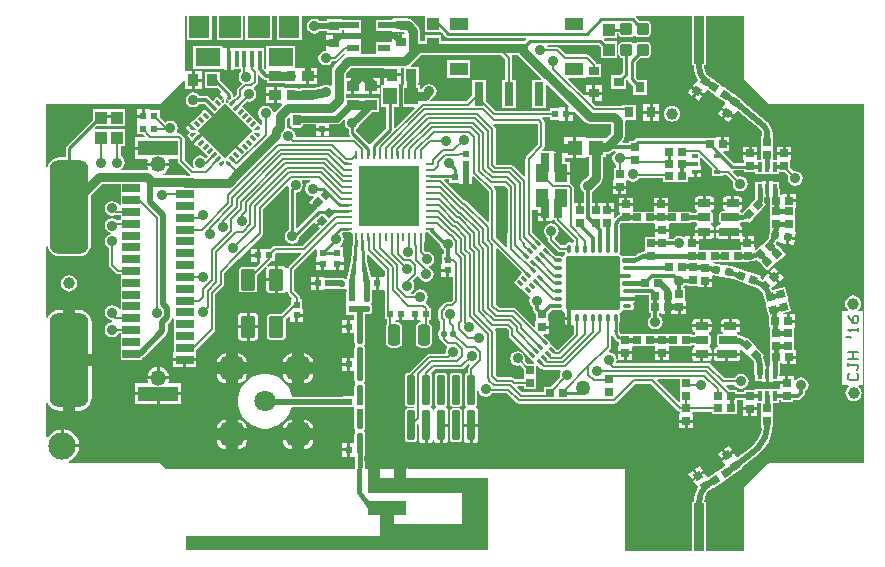
<source format=gtl>
G04 Layer_Physical_Order=1*
G04 Layer_Color=255*
%FSLAX25Y25*%
%MOIN*%
G70*
G01*
G75*
%ADD10C,0.02000*%
%ADD11C,0.01000*%
%ADD12C,0.01575*%
%ADD13C,0.01181*%
%ADD14R,0.20079X0.20276*%
%ADD15O,0.03150X0.00984*%
%ADD16O,0.00984X0.03150*%
%ADD17R,0.02559X0.02559*%
%ADD18P,0.18374X4X180.0*%
%ADD19P,0.01670X4X180.0*%
G04:AMPARAMS|DCode=20|XSize=11.81mil|YSize=19.69mil|CornerRadius=0mil|HoleSize=0mil|Usage=FLASHONLY|Rotation=135.000|XOffset=0mil|YOffset=0mil|HoleType=Round|Shape=Rectangle|*
%AMROTATEDRECTD20*
4,1,4,0.01114,0.00278,-0.00278,-0.01114,-0.01114,-0.00278,0.00278,0.01114,0.01114,0.00278,0.0*
%
%ADD20ROTATEDRECTD20*%

%ADD21P,0.01670X4X270.0*%
G04:AMPARAMS|DCode=22|XSize=11.81mil|YSize=19.69mil|CornerRadius=0mil|HoleSize=0mil|Usage=FLASHONLY|Rotation=225.000|XOffset=0mil|YOffset=0mil|HoleType=Round|Shape=Rectangle|*
%AMROTATEDRECTD22*
4,1,4,-0.00278,0.01114,0.01114,-0.00278,0.00278,-0.01114,-0.01114,0.00278,-0.00278,0.01114,0.0*
%
%ADD22ROTATEDRECTD22*%

G04:AMPARAMS|DCode=23|XSize=78.74mil|YSize=78.74mil|CornerRadius=18.9mil|HoleSize=0mil|Usage=FLASHONLY|Rotation=180.000|XOffset=0mil|YOffset=0mil|HoleType=Round|Shape=RoundedRectangle|*
%AMROUNDEDRECTD23*
21,1,0.07874,0.04095,0,0,180.0*
21,1,0.04095,0.07874,0,0,180.0*
1,1,0.03780,-0.02047,0.02047*
1,1,0.03780,0.02047,0.02047*
1,1,0.03780,0.02047,-0.02047*
1,1,0.03780,-0.02047,-0.02047*
%
%ADD23ROUNDEDRECTD23*%
G04:AMPARAMS|DCode=24|XSize=78.74mil|YSize=78.74mil|CornerRadius=18.9mil|HoleSize=0mil|Usage=FLASHONLY|Rotation=90.000|XOffset=0mil|YOffset=0mil|HoleType=Round|Shape=RoundedRectangle|*
%AMROUNDEDRECTD24*
21,1,0.07874,0.04095,0,0,90.0*
21,1,0.04095,0.07874,0,0,90.0*
1,1,0.03780,0.02047,0.02047*
1,1,0.03780,0.02047,-0.02047*
1,1,0.03780,-0.02047,-0.02047*
1,1,0.03780,-0.02047,0.02047*
%
%ADD24ROUNDEDRECTD24*%
G04:AMPARAMS|DCode=25|XSize=78.74mil|YSize=78.74mil|CornerRadius=18.9mil|HoleSize=0mil|Usage=FLASHONLY|Rotation=90.000|XOffset=0mil|YOffset=0mil|HoleType=Round|Shape=RoundedRectangle|*
%AMROUNDEDRECTD25*
21,1,0.07874,0.04095,0,0,90.0*
21,1,0.04095,0.07874,0,0,90.0*
1,1,0.03780,0.02047,0.02047*
1,1,0.03780,0.02047,-0.02047*
1,1,0.03780,-0.02047,-0.02047*
1,1,0.03780,-0.02047,0.02047*
%
%ADD25ROUNDEDRECTD25*%
G04:AMPARAMS|DCode=26|XSize=78.74mil|YSize=78.74mil|CornerRadius=18.9mil|HoleSize=0mil|Usage=FLASHONLY|Rotation=90.000|XOffset=0mil|YOffset=0mil|HoleType=Round|Shape=RoundedRectangle|*
%AMROUNDEDRECTD26*
21,1,0.07874,0.04095,0,0,90.0*
21,1,0.04095,0.07874,0,0,90.0*
1,1,0.03780,0.02047,0.02047*
1,1,0.03780,0.02047,-0.02047*
1,1,0.03780,-0.02047,-0.02047*
1,1,0.03780,-0.02047,0.02047*
%
%ADD26ROUNDEDRECTD26*%
%ADD27C,0.07091*%
%ADD28P,0.03619X4X260.0*%
%ADD29R,0.02441X0.02441*%
%ADD30R,0.02441X0.02441*%
G04:AMPARAMS|DCode=31|XSize=9.84mil|YSize=19.69mil|CornerRadius=0mil|HoleSize=0mil|Usage=FLASHONLY|Rotation=45.000|XOffset=0mil|YOffset=0mil|HoleType=Round|Shape=Rectangle|*
%AMROTATEDRECTD31*
4,1,4,0.00348,-0.01044,-0.01044,0.00348,-0.00348,0.01044,0.01044,-0.00348,0.00348,-0.01044,0.0*
%
%ADD31ROTATEDRECTD31*%

G04:AMPARAMS|DCode=32|XSize=21.26mil|YSize=21.65mil|CornerRadius=5.32mil|HoleSize=0mil|Usage=FLASHONLY|Rotation=270.000|XOffset=0mil|YOffset=0mil|HoleType=Round|Shape=RoundedRectangle|*
%AMROUNDEDRECTD32*
21,1,0.02126,0.01102,0,0,270.0*
21,1,0.01063,0.02165,0,0,270.0*
1,1,0.01063,-0.00551,-0.00532*
1,1,0.01063,-0.00551,0.00532*
1,1,0.01063,0.00551,0.00532*
1,1,0.01063,0.00551,-0.00532*
%
%ADD32ROUNDEDRECTD32*%
G04:AMPARAMS|DCode=33|XSize=21.26mil|YSize=21.65mil|CornerRadius=5.32mil|HoleSize=0mil|Usage=FLASHONLY|Rotation=270.000|XOffset=0mil|YOffset=0mil|HoleType=Round|Shape=RoundedRectangle|*
%AMROUNDEDRECTD33*
21,1,0.02126,0.01102,0,0,270.0*
21,1,0.01063,0.02165,0,0,270.0*
1,1,0.01063,-0.00551,-0.00532*
1,1,0.01063,-0.00551,0.00532*
1,1,0.01063,0.00551,0.00532*
1,1,0.01063,0.00551,-0.00532*
%
%ADD33ROUNDEDRECTD33*%
G04:AMPARAMS|DCode=34|XSize=39.37mil|YSize=39.37mil|CornerRadius=5.91mil|HoleSize=0mil|Usage=FLASHONLY|Rotation=180.000|XOffset=0mil|YOffset=0mil|HoleType=Round|Shape=RoundedRectangle|*
%AMROUNDEDRECTD34*
21,1,0.03937,0.02756,0,0,180.0*
21,1,0.02756,0.03937,0,0,180.0*
1,1,0.01181,-0.01378,0.01378*
1,1,0.01181,0.01378,0.01378*
1,1,0.01181,0.01378,-0.01378*
1,1,0.01181,-0.01378,-0.01378*
%
%ADD34ROUNDEDRECTD34*%
%ADD35R,0.03937X0.03543*%
G04:AMPARAMS|DCode=36|XSize=29.61mil|YSize=35.43mil|CornerRadius=7.4mil|HoleSize=0mil|Usage=FLASHONLY|Rotation=180.000|XOffset=0mil|YOffset=0mil|HoleType=Round|Shape=RoundedRectangle|*
%AMROUNDEDRECTD36*
21,1,0.02961,0.02063,0,0,180.0*
21,1,0.01480,0.03543,0,0,180.0*
1,1,0.01480,-0.00740,0.01032*
1,1,0.01480,0.00740,0.01032*
1,1,0.01480,0.00740,-0.01032*
1,1,0.01480,-0.00740,-0.01032*
%
%ADD36ROUNDEDRECTD36*%
G04:AMPARAMS|DCode=37|XSize=29.61mil|YSize=35.43mil|CornerRadius=7.4mil|HoleSize=0mil|Usage=FLASHONLY|Rotation=180.000|XOffset=0mil|YOffset=0mil|HoleType=Round|Shape=RoundedRectangle|*
%AMROUNDEDRECTD37*
21,1,0.02961,0.02063,0,0,180.0*
21,1,0.01480,0.03543,0,0,180.0*
1,1,0.01480,-0.00740,0.01032*
1,1,0.01480,0.00740,0.01032*
1,1,0.01480,0.00740,-0.01032*
1,1,0.01480,-0.00740,-0.01032*
%
%ADD37ROUNDEDRECTD37*%
%ADD38C,0.05000*%
%ADD39R,0.03543X0.03937*%
%ADD40R,0.02756X0.03740*%
G04:AMPARAMS|DCode=41|XSize=25.59mil|YSize=98.43mil|CornerRadius=1.28mil|HoleSize=0mil|Usage=FLASHONLY|Rotation=0.000|XOffset=0mil|YOffset=0mil|HoleType=Round|Shape=RoundedRectangle|*
%AMROUNDEDRECTD41*
21,1,0.02559,0.09587,0,0,0.0*
21,1,0.02303,0.09843,0,0,0.0*
1,1,0.00256,0.01152,-0.04793*
1,1,0.00256,-0.01152,-0.04793*
1,1,0.00256,-0.01152,0.04793*
1,1,0.00256,0.01152,0.04793*
%
%ADD41ROUNDEDRECTD41*%
G04:AMPARAMS|DCode=42|XSize=70.87mil|YSize=47.24mil|CornerRadius=2.36mil|HoleSize=0mil|Usage=FLASHONLY|Rotation=90.000|XOffset=0mil|YOffset=0mil|HoleType=Round|Shape=RoundedRectangle|*
%AMROUNDEDRECTD42*
21,1,0.07087,0.04252,0,0,90.0*
21,1,0.06614,0.04724,0,0,90.0*
1,1,0.00472,0.02126,0.03307*
1,1,0.00472,0.02126,-0.03307*
1,1,0.00472,-0.02126,-0.03307*
1,1,0.00472,-0.02126,0.03307*
%
%ADD42ROUNDEDRECTD42*%
G04:AMPARAMS|DCode=43|XSize=21.26mil|YSize=21.65mil|CornerRadius=5.32mil|HoleSize=0mil|Usage=FLASHONLY|Rotation=180.000|XOffset=0mil|YOffset=0mil|HoleType=Round|Shape=RoundedRectangle|*
%AMROUNDEDRECTD43*
21,1,0.02126,0.01102,0,0,180.0*
21,1,0.01063,0.02165,0,0,180.0*
1,1,0.01063,-0.00532,0.00551*
1,1,0.01063,0.00532,0.00551*
1,1,0.01063,0.00532,-0.00551*
1,1,0.01063,-0.00532,-0.00551*
%
%ADD43ROUNDEDRECTD43*%
G04:AMPARAMS|DCode=44|XSize=21.26mil|YSize=21.65mil|CornerRadius=5.32mil|HoleSize=0mil|Usage=FLASHONLY|Rotation=180.000|XOffset=0mil|YOffset=0mil|HoleType=Round|Shape=RoundedRectangle|*
%AMROUNDEDRECTD44*
21,1,0.02126,0.01102,0,0,180.0*
21,1,0.01063,0.02165,0,0,180.0*
1,1,0.01063,-0.00532,0.00551*
1,1,0.01063,0.00532,0.00551*
1,1,0.01063,0.00532,-0.00551*
1,1,0.01063,-0.00532,-0.00551*
%
%ADD44ROUNDEDRECTD44*%
%ADD45R,0.05118X0.05118*%
%ADD46R,0.01575X0.03347*%
G04:AMPARAMS|DCode=47|XSize=66.93mil|YSize=25.59mil|CornerRadius=0.64mil|HoleSize=0mil|Usage=FLASHONLY|Rotation=180.000|XOffset=0mil|YOffset=0mil|HoleType=Round|Shape=RoundedRectangle|*
%AMROUNDEDRECTD47*
21,1,0.06693,0.02431,0,0,180.0*
21,1,0.06565,0.02559,0,0,180.0*
1,1,0.00128,-0.03283,0.01216*
1,1,0.00128,0.03283,0.01216*
1,1,0.00128,0.03283,-0.01216*
1,1,0.00128,-0.03283,-0.01216*
%
%ADD47ROUNDEDRECTD47*%
G04:AMPARAMS|DCode=48|XSize=59.06mil|YSize=25.59mil|CornerRadius=0.64mil|HoleSize=0mil|Usage=FLASHONLY|Rotation=180.000|XOffset=0mil|YOffset=0mil|HoleType=Round|Shape=RoundedRectangle|*
%AMROUNDEDRECTD48*
21,1,0.05906,0.02431,0,0,180.0*
21,1,0.05778,0.02559,0,0,180.0*
1,1,0.00128,-0.02889,0.01216*
1,1,0.00128,0.02889,0.01216*
1,1,0.00128,0.02889,-0.01216*
1,1,0.00128,-0.02889,-0.01216*
%
%ADD48ROUNDEDRECTD48*%
G04:AMPARAMS|DCode=49|XSize=43.31mil|YSize=25.59mil|CornerRadius=0.64mil|HoleSize=0mil|Usage=FLASHONLY|Rotation=180.000|XOffset=0mil|YOffset=0mil|HoleType=Round|Shape=RoundedRectangle|*
%AMROUNDEDRECTD49*
21,1,0.04331,0.02431,0,0,180.0*
21,1,0.04203,0.02559,0,0,180.0*
1,1,0.00128,-0.02101,0.01216*
1,1,0.00128,0.02101,0.01216*
1,1,0.00128,0.02101,-0.01216*
1,1,0.00128,-0.02101,-0.01216*
%
%ADD49ROUNDEDRECTD49*%
G04:AMPARAMS|DCode=50|XSize=35.43mil|YSize=157.48mil|CornerRadius=1.77mil|HoleSize=0mil|Usage=FLASHONLY|Rotation=0.000|XOffset=0mil|YOffset=0mil|HoleType=Round|Shape=RoundedRectangle|*
%AMROUNDEDRECTD50*
21,1,0.03543,0.15394,0,0,0.0*
21,1,0.03189,0.15748,0,0,0.0*
1,1,0.00354,0.01595,-0.07697*
1,1,0.00354,-0.01595,-0.07697*
1,1,0.00354,-0.01595,0.07697*
1,1,0.00354,0.01595,0.07697*
%
%ADD50ROUNDEDRECTD50*%
%ADD51P,0.03619X4X270.0*%
%ADD52P,0.03619X4X330.0*%
%ADD53R,0.02559X0.02559*%
%ADD54R,0.04331X0.05906*%
%ADD55R,0.01969X0.01575*%
G04:AMPARAMS|DCode=56|XSize=39.37mil|YSize=70.87mil|CornerRadius=9.84mil|HoleSize=0mil|Usage=FLASHONLY|Rotation=180.000|XOffset=0mil|YOffset=0mil|HoleType=Round|Shape=RoundedRectangle|*
%AMROUNDEDRECTD56*
21,1,0.03937,0.05118,0,0,180.0*
21,1,0.01969,0.07087,0,0,180.0*
1,1,0.01969,-0.00984,0.02559*
1,1,0.01969,0.00984,0.02559*
1,1,0.01969,0.00984,-0.02559*
1,1,0.01969,-0.00984,-0.02559*
%
%ADD56ROUNDEDRECTD56*%
%ADD57R,0.01575X0.05315*%
%ADD58R,0.08268X0.06299*%
%ADD59R,0.07087X0.07480*%
%ADD60R,0.07480X0.07480*%
%ADD61R,0.03150X0.07874*%
%ADD62R,0.06102X0.04331*%
%ADD63R,0.03937X0.02362*%
%ADD64R,0.03543X0.03150*%
%ADD65R,0.04528X0.05709*%
%ADD66P,0.03452X4X180.0*%
%ADD67R,0.13386X0.05118*%
%ADD68R,0.05906X0.02756*%
%ADD69R,0.03937X0.04331*%
%ADD70R,0.02362X0.01969*%
%ADD71P,0.03619X4X100.0*%
%ADD72P,0.03619X4X190.0*%
%ADD73P,0.03619X4X265.0*%
%ADD74P,0.03619X4X215.0*%
%ADD75P,0.03619X4X273.0*%
%ADD76P,0.03619X4X320.0*%
%ADD77P,0.03619X4X180.0*%
%ADD78P,0.03619X4X385.0*%
%ADD79P,0.03619X4X350.0*%
%ADD80R,0.03150X0.03543*%
%ADD81R,0.03543X0.03150*%
G04:AMPARAMS|DCode=82|XSize=39.37mil|YSize=140.55mil|CornerRadius=0.98mil|HoleSize=0mil|Usage=FLASHONLY|Rotation=270.000|XOffset=0mil|YOffset=0mil|HoleType=Round|Shape=RoundedRectangle|*
%AMROUNDEDRECTD82*
21,1,0.03937,0.13858,0,0,270.0*
21,1,0.03740,0.14055,0,0,270.0*
1,1,0.00197,-0.06929,-0.01870*
1,1,0.00197,-0.06929,0.01870*
1,1,0.00197,0.06929,0.01870*
1,1,0.00197,0.06929,-0.01870*
%
%ADD82ROUNDEDRECTD82*%
G04:AMPARAMS|DCode=83|XSize=39.37mil|YSize=140.55mil|CornerRadius=0.98mil|HoleSize=0mil|Usage=FLASHONLY|Rotation=180.000|XOffset=0mil|YOffset=0mil|HoleType=Round|Shape=RoundedRectangle|*
%AMROUNDEDRECTD83*
21,1,0.03937,0.13858,0,0,180.0*
21,1,0.03740,0.14055,0,0,180.0*
1,1,0.00197,-0.01870,0.06929*
1,1,0.00197,0.01870,0.06929*
1,1,0.00197,0.01870,-0.06929*
1,1,0.00197,-0.01870,-0.06929*
%
%ADD83ROUNDEDRECTD83*%
G04:AMPARAMS|DCode=84|XSize=39.37mil|YSize=127.56mil|CornerRadius=0.98mil|HoleSize=0mil|Usage=FLASHONLY|Rotation=180.000|XOffset=0mil|YOffset=0mil|HoleType=Round|Shape=RoundedRectangle|*
%AMROUNDEDRECTD84*
21,1,0.03937,0.12559,0,0,180.0*
21,1,0.03740,0.12756,0,0,180.0*
1,1,0.00197,-0.01870,0.06280*
1,1,0.00197,0.01870,0.06280*
1,1,0.00197,0.01870,-0.06280*
1,1,0.00197,-0.01870,-0.06280*
%
%ADD84ROUNDEDRECTD84*%
G04:AMPARAMS|DCode=85|XSize=39.37mil|YSize=127.56mil|CornerRadius=0.98mil|HoleSize=0mil|Usage=FLASHONLY|Rotation=90.000|XOffset=0mil|YOffset=0mil|HoleType=Round|Shape=RoundedRectangle|*
%AMROUNDEDRECTD85*
21,1,0.03937,0.12559,0,0,90.0*
21,1,0.03740,0.12756,0,0,90.0*
1,1,0.00197,0.06280,0.01870*
1,1,0.00197,0.06280,-0.01870*
1,1,0.00197,-0.06280,-0.01870*
1,1,0.00197,-0.06280,0.01870*
%
%ADD85ROUNDEDRECTD85*%
G04:AMPARAMS|DCode=86|XSize=39.37mil|YSize=149.61mil|CornerRadius=0.98mil|HoleSize=0mil|Usage=FLASHONLY|Rotation=90.000|XOffset=0mil|YOffset=0mil|HoleType=Round|Shape=RoundedRectangle|*
%AMROUNDEDRECTD86*
21,1,0.03937,0.14764,0,0,90.0*
21,1,0.03740,0.14961,0,0,90.0*
1,1,0.00197,0.07382,0.01870*
1,1,0.00197,0.07382,-0.01870*
1,1,0.00197,-0.07382,-0.01870*
1,1,0.00197,-0.07382,0.01870*
%
%ADD86ROUNDEDRECTD86*%
G04:AMPARAMS|DCode=87|XSize=39.37mil|YSize=149.61mil|CornerRadius=0.98mil|HoleSize=0mil|Usage=FLASHONLY|Rotation=0.000|XOffset=0mil|YOffset=0mil|HoleType=Round|Shape=RoundedRectangle|*
%AMROUNDEDRECTD87*
21,1,0.03937,0.14764,0,0,0.0*
21,1,0.03740,0.14961,0,0,0.0*
1,1,0.00197,0.01870,-0.07382*
1,1,0.00197,-0.01870,-0.07382*
1,1,0.00197,-0.01870,0.07382*
1,1,0.00197,0.01870,0.07382*
%
%ADD87ROUNDEDRECTD87*%
%ADD88R,0.01811X0.01969*%
%ADD89R,0.03937X0.01969*%
G04:AMPARAMS|DCode=90|XSize=181.1mil|YSize=181.1mil|CornerRadius=4.53mil|HoleSize=0mil|Usage=FLASHONLY|Rotation=270.000|XOffset=0mil|YOffset=0mil|HoleType=Round|Shape=RoundedRectangle|*
%AMROUNDEDRECTD90*
21,1,0.18110,0.17205,0,0,270.0*
21,1,0.17205,0.18110,0,0,270.0*
1,1,0.00906,-0.08602,-0.08602*
1,1,0.00906,-0.08602,0.08602*
1,1,0.00906,0.08602,0.08602*
1,1,0.00906,0.08602,-0.08602*
%
%ADD90ROUNDEDRECTD90*%
%ADD91O,0.01181X0.03150*%
%ADD92O,0.03150X0.01181*%
%ADD93C,0.03937*%
%ADD94C,0.00800*%
%ADD95C,0.03150*%
%ADD96C,0.01200*%
%ADD97C,0.00700*%
%ADD98C,0.01969*%
%ADD99C,0.02500*%
%ADD100C,0.02953*%
%ADD101C,0.02362*%
%ADD102R,0.14384X0.01900*%
%ADD103R,0.01800X0.03339*%
%ADD104R,0.03937X0.03439*%
%ADD105C,0.09100*%
G04:AMPARAMS|DCode=106|XSize=86.61mil|YSize=173.23mil|CornerRadius=4.33mil|HoleSize=0mil|Usage=FLASHONLY|Rotation=0.000|XOffset=0mil|YOffset=0mil|HoleType=Round|Shape=RoundedRectangle|*
%AMROUNDEDRECTD106*
21,1,0.08661,0.16457,0,0,0.0*
21,1,0.07795,0.17323,0,0,0.0*
1,1,0.00866,0.03898,-0.08228*
1,1,0.00866,-0.03898,-0.08228*
1,1,0.00866,-0.03898,0.08228*
1,1,0.00866,0.03898,0.08228*
%
%ADD106ROUNDEDRECTD106*%
G04:AMPARAMS|DCode=107|XSize=129.92mil|YSize=314.96mil|CornerRadius=32.48mil|HoleSize=0mil|Usage=FLASHONLY|Rotation=0.000|XOffset=0mil|YOffset=0mil|HoleType=Round|Shape=RoundedRectangle|*
%AMROUNDEDRECTD107*
21,1,0.12992,0.25000,0,0,0.0*
21,1,0.06496,0.31496,0,0,0.0*
1,1,0.06496,0.03248,-0.12500*
1,1,0.06496,-0.03248,-0.12500*
1,1,0.06496,-0.03248,0.12500*
1,1,0.06496,0.03248,0.12500*
%
%ADD107ROUNDEDRECTD107*%
%ADD108C,0.05200*%
%ADD109C,0.03500*%
G36*
X165813Y-28375D02*
X165813D01*
X166220Y-28598D01*
X166329Y-28670D01*
X166758Y-28755D01*
X172282D01*
X172549Y-29255D01*
X172322Y-29594D01*
X172132Y-30550D01*
X172284Y-31311D01*
X169074Y-34521D01*
X166955D01*
Y-36278D01*
X159565D01*
X157935Y-34649D01*
X158126Y-34187D01*
X160421D01*
Y-35045D01*
X164380D01*
Y-31086D01*
X164380D01*
Y-30714D01*
X164380D01*
Y-27595D01*
X164841Y-27403D01*
X165813Y-28375D01*
D02*
G37*
G36*
X82235Y55103D02*
Y53297D01*
X82347Y52735D01*
X82665Y52258D01*
X83142Y51940D01*
X83704Y51828D01*
X85184D01*
X85746Y51940D01*
X86222Y52258D01*
X86541Y52735D01*
X86604Y53054D01*
X90780D01*
Y51928D01*
X93000D01*
X95221D01*
Y53054D01*
X97772D01*
X97772Y53054D01*
X98506Y53200D01*
X99128Y53615D01*
X100337Y54825D01*
X100726Y54506D01*
X100692Y54456D01*
X100502Y53500D01*
X100692Y52544D01*
X101234Y51734D01*
X101777Y51371D01*
Y50249D01*
X101870Y49780D01*
X102135Y49384D01*
X102385Y49134D01*
X102194Y48672D01*
X84487D01*
X84170Y49058D01*
X84198Y49200D01*
X84008Y50156D01*
X83466Y50966D01*
X82656Y51508D01*
X81700Y51698D01*
X81480Y51654D01*
X81121Y52093D01*
Y53198D01*
X81140Y53297D01*
Y54715D01*
X81735Y55310D01*
X82235Y55103D01*
D02*
G37*
G36*
X61915Y40546D02*
X61080Y39711D01*
Y40824D01*
X61359Y41103D01*
X61915Y40546D01*
D02*
G37*
G36*
X150234Y53282D02*
X164708D01*
X164875Y53114D01*
Y46161D01*
X161057Y42343D01*
X160814Y41979D01*
X160728Y41550D01*
X160728Y41550D01*
Y35897D01*
X160266Y35706D01*
X156679Y39293D01*
X156315Y39536D01*
X155886Y39622D01*
X155886Y39622D01*
X151150D01*
X150842Y39929D01*
Y51395D01*
X150842Y51395D01*
X150757Y51824D01*
X150514Y52188D01*
X150514Y52188D01*
X149855Y52847D01*
X150101Y53308D01*
X150234Y53282D01*
D02*
G37*
G36*
X60245Y40824D02*
Y39711D01*
X59410Y40546D01*
X59967Y41103D01*
X60245Y40824D01*
D02*
G37*
G36*
X212320Y-35314D02*
X212320D01*
Y-35686D01*
X212320D01*
Y-39327D01*
X211821Y-39534D01*
X204570Y-32283D01*
X204761Y-31822D01*
X212320D01*
Y-35314D01*
D02*
G37*
G36*
X71659Y51125D02*
X70545D01*
X70267Y51403D01*
X70824Y51960D01*
X71659Y51125D01*
D02*
G37*
G36*
X158360Y75960D02*
X165969Y68351D01*
X165778Y67889D01*
X162905D01*
Y58615D01*
X167455D01*
Y66212D01*
X167917Y66403D01*
X175137Y59182D01*
X174946Y58720D01*
X174772D01*
Y57000D01*
X176492D01*
Y57174D01*
X176954Y57366D01*
X180460Y53860D01*
X181212Y53357D01*
X182100Y53181D01*
X189239D01*
X189281Y53139D01*
Y50107D01*
X187928Y48755D01*
X187502Y48559D01*
Y48559D01*
X187502Y48559D01*
X181091D01*
X180716Y48859D01*
X180716Y48859D01*
X180716Y48859D01*
X177657D01*
Y45300D01*
Y41741D01*
X180716D01*
Y41741D01*
X180984Y42041D01*
X181881D01*
Y36161D01*
X180495Y34775D01*
X179734Y34266D01*
X179192Y33456D01*
X179002Y32500D01*
X179192Y31544D01*
X179734Y30734D01*
X180284Y30366D01*
Y26745D01*
X179334D01*
Y24465D01*
X178334D01*
Y26745D01*
X176931D01*
Y31829D01*
X176931Y31829D01*
X176846Y32258D01*
X176602Y32622D01*
X175931Y33293D01*
X175709Y33441D01*
Y36188D01*
X172544D01*
Y37188D01*
X175709D01*
Y40641D01*
X173839D01*
Y41741D01*
X176657D01*
Y44800D01*
X173598D01*
Y44302D01*
X172060D01*
Y42023D01*
X171060D01*
Y44302D01*
X169280D01*
X169208Y44002D01*
X167272D01*
X167229Y44011D01*
X167185Y44002D01*
X166542D01*
X166350Y44464D01*
X166790Y44904D01*
X166790Y44904D01*
X167033Y45268D01*
X167119Y45697D01*
X167119Y45697D01*
Y53579D01*
X167119Y53579D01*
X167033Y54008D01*
X166790Y54372D01*
X166790Y54372D01*
X166232Y54929D01*
X166439Y55429D01*
X168808D01*
Y54580D01*
X172051D01*
Y54280D01*
X173772D01*
Y56500D01*
Y58720D01*
X172051D01*
Y58420D01*
X168808D01*
Y57571D01*
X150631D01*
X147455Y60747D01*
Y67889D01*
X142905D01*
Y62491D01*
X141085Y60671D01*
X129258D01*
X129051Y61171D01*
X129605Y61725D01*
X130366Y62234D01*
X130908Y63044D01*
X131098Y64000D01*
X130908Y64956D01*
X130366Y65766D01*
X129556Y66308D01*
X128600Y66498D01*
X127644Y66308D01*
X126834Y65766D01*
X126325Y65005D01*
X126207Y64887D01*
X125707Y64983D01*
Y66054D01*
X124969D01*
Y66831D01*
X125121D01*
Y72168D01*
X122694D01*
X122486Y72668D01*
X125999Y76181D01*
X152533D01*
X154058Y74655D01*
Y67889D01*
X152905D01*
Y58615D01*
X157455D01*
Y67889D01*
X156301D01*
Y75120D01*
X156216Y75549D01*
X156128Y75681D01*
X156396Y76181D01*
X158212D01*
X158360Y75960D01*
D02*
G37*
G36*
X51058Y51403D02*
X50780Y51125D01*
X49666D01*
X50501Y51960D01*
X51058Y51403D01*
D02*
G37*
G36*
Y50011D02*
X50501Y49455D01*
X49666Y50290D01*
X50780D01*
X51058Y50011D01*
D02*
G37*
G36*
X70824Y49455D02*
X70267Y50011D01*
X70545Y50290D01*
X71659D01*
X70824Y49455D01*
D02*
G37*
G36*
X148590Y30524D02*
Y20529D01*
X148128Y20337D01*
X141123Y27343D01*
X140759Y27586D01*
X140330Y27672D01*
X140330Y27672D01*
X140315D01*
X133711Y34275D01*
X133902Y34737D01*
X135308D01*
Y33579D01*
X138551D01*
Y33279D01*
X140272D01*
Y35500D01*
X141272D01*
Y33279D01*
X142992D01*
Y35469D01*
X143454Y35660D01*
X148590Y30524D01*
D02*
G37*
G36*
X159426Y3680D02*
X159406Y2993D01*
X158317Y1905D01*
X156925Y513D01*
X159307Y-1869D01*
X159431Y-1993D01*
X161813Y-4375D01*
X161888Y-4300D01*
X162276Y-4618D01*
X162192Y-4744D01*
X162002Y-5700D01*
X162192Y-6656D01*
X162734Y-7466D01*
X163184Y-7767D01*
Y-8497D01*
X163284Y-9001D01*
X163570Y-9428D01*
X164320Y-10178D01*
Y-12276D01*
X164020Y-12348D01*
Y-14223D01*
X163558Y-14414D01*
X161707Y-12563D01*
X161693Y-12543D01*
X161693Y-12543D01*
X157657Y-8507D01*
X157293Y-8264D01*
X156864Y-8178D01*
X156864Y-8178D01*
X152065D01*
X150853Y-6967D01*
Y11599D01*
X151315Y11791D01*
X159426Y3680D01*
D02*
G37*
G36*
X173124Y-9144D02*
X173129Y-9169D01*
X173450Y-9650D01*
X173931Y-9971D01*
X173835Y-10462D01*
X173801Y-10630D01*
Y-11114D01*
X175423D01*
Y-11614D01*
X175923D01*
Y-14121D01*
X176043Y-14097D01*
X176360Y-13885D01*
X176860Y-14141D01*
Y-16847D01*
X171595Y-22112D01*
X171274D01*
X169293Y-20131D01*
X169293Y-20131D01*
X168939Y-19777D01*
X166787Y-17625D01*
X166668Y-17392D01*
X166929Y-16907D01*
X168579D01*
Y-15127D01*
X166299D01*
Y-14127D01*
X168579D01*
Y-12348D01*
X168279Y-12276D01*
Y-10178D01*
X169463Y-8993D01*
X172470D01*
X172974Y-8893D01*
X173124Y-9144D01*
D02*
G37*
G36*
X127756Y17029D02*
X128341D01*
X132335Y13035D01*
X132492Y12244D01*
X133034Y11434D01*
X133475Y11139D01*
Y9892D01*
X132879D01*
Y6649D01*
X132580D01*
Y4928D01*
X134800D01*
Y4428D01*
X135300D01*
Y2208D01*
X136528D01*
Y-5416D01*
X135816Y-6129D01*
X134620D01*
X134619Y-6128D01*
X134190Y-6214D01*
X133826Y-6457D01*
X133826Y-6457D01*
X132057Y-8226D01*
X131814Y-8590D01*
X131728Y-9020D01*
X131728Y-9020D01*
Y-11381D01*
X131728Y-11381D01*
X131814Y-11810D01*
X132057Y-12174D01*
X132404Y-12520D01*
Y-15168D01*
X132086Y-15381D01*
X131814Y-15788D01*
X131718Y-16269D01*
Y-17332D01*
X131814Y-17812D01*
X132086Y-18219D01*
X132405Y-18432D01*
X132489Y-18854D01*
X132732Y-19218D01*
X134107Y-20593D01*
X134397Y-20787D01*
X134497Y-20941D01*
X134607Y-21373D01*
X134292Y-21844D01*
X134102Y-22800D01*
X134140Y-22992D01*
X133823Y-23379D01*
X128692D01*
X128262Y-23464D01*
X127899Y-23707D01*
X127899Y-23707D01*
X121849Y-29757D01*
X121448D01*
X121125Y-29821D01*
X120852Y-30004D01*
X120668Y-30278D01*
X120604Y-30601D01*
Y-40188D01*
X120668Y-40511D01*
X120852Y-40785D01*
X121125Y-40968D01*
X121448Y-41032D01*
X123746D01*
X123752Y-41060D01*
Y-41070D01*
X123263Y-41568D01*
X121448D01*
X121125Y-41632D01*
X120852Y-41815D01*
X120668Y-42089D01*
X120604Y-42412D01*
Y-51999D01*
X120668Y-52322D01*
X120852Y-52596D01*
X121125Y-52779D01*
X121448Y-52843D01*
X123752D01*
X124075Y-52779D01*
X124348Y-52596D01*
X124531Y-52322D01*
X124596Y-51999D01*
Y-46968D01*
X124798Y-46812D01*
X125298Y-47059D01*
Y-51999D01*
X125386Y-52439D01*
X125635Y-52812D01*
X126008Y-53061D01*
X126448Y-53149D01*
X127100D01*
Y-47205D01*
X128100D01*
Y-53149D01*
X128752D01*
X129192Y-53061D01*
X129565Y-52812D01*
X129814Y-52439D01*
X129845Y-52283D01*
X130355D01*
X130386Y-52439D01*
X130635Y-52812D01*
X131008Y-53061D01*
X131448Y-53149D01*
X132100D01*
Y-47205D01*
X132600D01*
Y-46705D01*
X134902D01*
Y-42412D01*
X134814Y-41972D01*
X134565Y-41599D01*
X134267Y-41400D01*
X134225Y-41056D01*
X134249Y-40851D01*
X134348Y-40785D01*
X134531Y-40511D01*
X134596Y-40188D01*
Y-30601D01*
X134531Y-30278D01*
X134348Y-30004D01*
X134075Y-29821D01*
X133752Y-29757D01*
X131448D01*
X131125Y-29821D01*
X130851Y-30004D01*
X130668Y-30278D01*
X130604Y-30601D01*
Y-40188D01*
X130668Y-40511D01*
X130851Y-40785D01*
X130951Y-40851D01*
X130975Y-41056D01*
X130932Y-41400D01*
X130635Y-41599D01*
X130386Y-41972D01*
X130355Y-42128D01*
X129845D01*
X129814Y-41972D01*
X129565Y-41599D01*
X129268Y-41400D01*
X129225Y-41056D01*
X129249Y-40851D01*
X129349Y-40785D01*
X129532Y-40511D01*
X129596Y-40188D01*
Y-30601D01*
X129532Y-30278D01*
X129349Y-30004D01*
X129325Y-29761D01*
X130465Y-28622D01*
X139400D01*
X139400Y-28622D01*
X139829Y-28536D01*
X140193Y-28293D01*
X141831Y-26655D01*
X142089Y-26718D01*
X142243Y-27271D01*
X141807Y-27707D01*
X141564Y-28071D01*
X141478Y-28500D01*
X141478Y-28500D01*
Y-29757D01*
X141448D01*
X141125Y-29821D01*
X140851Y-30004D01*
X140668Y-30278D01*
X140604Y-30601D01*
Y-40188D01*
X140668Y-40511D01*
X140851Y-40785D01*
X140951Y-40851D01*
X140975Y-41056D01*
X140933Y-41400D01*
X140635Y-41599D01*
X140386Y-41972D01*
X140298Y-42412D01*
Y-46705D01*
X144902D01*
Y-42412D01*
X144814Y-41972D01*
X144565Y-41599D01*
X144267Y-41400D01*
X144225Y-41056D01*
X144249Y-40851D01*
X144349Y-40785D01*
X144532Y-40511D01*
X144596Y-40188D01*
Y-35814D01*
X145096Y-35765D01*
X145192Y-36249D01*
X145734Y-37060D01*
X146544Y-37601D01*
X147500Y-37791D01*
X148456Y-37601D01*
X149266Y-37060D01*
X149626Y-36522D01*
X154514D01*
X157686Y-39693D01*
X157686Y-39693D01*
X158049Y-39936D01*
X158479Y-40022D01*
X158479Y-40022D01*
X190180D01*
X190180Y-40022D01*
X190609Y-39936D01*
X190973Y-39693D01*
X197245Y-33422D01*
X202535D01*
X211507Y-42393D01*
X211507Y-42393D01*
X211871Y-42636D01*
X212300Y-42722D01*
X212320Y-43196D01*
Y-43310D01*
X212020Y-43686D01*
X212020Y-43990D01*
Y-45465D01*
X214300D01*
X216580D01*
Y-43990D01*
X216580Y-43686D01*
X216280Y-43310D01*
Y-43075D01*
X216633Y-42722D01*
X222955D01*
Y-43580D01*
X226914D01*
Y-43580D01*
X227286D01*
Y-43580D01*
X231245D01*
Y-39621D01*
X231345Y-39579D01*
Y-38960D01*
X233269D01*
X233328Y-39460D01*
X233221Y-39486D01*
Y-41265D01*
X235500D01*
X237779D01*
Y-39977D01*
X239421D01*
Y-43486D01*
X239420Y-43986D01*
X239420Y-44114D01*
Y-47945D01*
X239420D01*
X239611Y-48156D01*
X239531Y-48975D01*
X239059Y-50530D01*
X238293Y-51964D01*
X237312Y-53159D01*
X237245Y-53203D01*
X235167Y-55282D01*
X231609Y-57900D01*
X231014Y-57717D01*
X230112Y-56428D01*
X228245Y-57736D01*
X226378Y-59043D01*
X227188Y-60201D01*
X227398Y-60501D01*
X227111Y-60865D01*
X224813Y-62474D01*
X224403Y-62761D01*
X224298Y-62835D01*
X221872Y-64534D01*
X221219Y-64381D01*
X220412Y-63228D01*
X218545Y-64536D01*
X216677Y-65843D01*
X217524Y-67052D01*
X217698Y-67301D01*
X218108Y-67422D01*
X218157Y-67492D01*
X218346Y-67881D01*
X217546Y-69379D01*
X217030Y-71078D01*
X216867Y-72736D01*
X216663Y-72777D01*
X216373Y-72971D01*
X216179Y-73261D01*
X216111Y-73603D01*
Y-88997D01*
X215920Y-89229D01*
X194000D01*
Y-61900D01*
X121488D01*
Y-61782D01*
X121433Y-61509D01*
X121279Y-61277D01*
X121047Y-61123D01*
X120774Y-61068D01*
X116837D01*
X116564Y-61123D01*
X116332Y-61277D01*
X116178Y-61509D01*
X116123Y-61782D01*
Y-61900D01*
X112826D01*
Y-61782D01*
X112772Y-61509D01*
X112617Y-61277D01*
X112386Y-61123D01*
X112113Y-61068D01*
X108176D01*
X107903Y-61123D01*
X107671Y-61277D01*
X107614Y-61363D01*
X107114Y-61211D01*
Y-59900D01*
X107104Y-59851D01*
Y-59113D01*
X106994D01*
Y-57395D01*
X107372D01*
Y-53554D01*
X107159D01*
Y-51703D01*
X107239Y-51301D01*
Y-50198D01*
X107143Y-49718D01*
X106871Y-49310D01*
Y-49039D01*
X107143Y-48632D01*
X107239Y-48151D01*
Y-47049D01*
X107159Y-46646D01*
Y-44867D01*
X107372D01*
Y-41320D01*
X107392D01*
Y-37479D01*
X107169D01*
Y-35642D01*
X107242Y-35276D01*
Y-34173D01*
X107147Y-33693D01*
X106874Y-33285D01*
Y-33014D01*
X107147Y-32606D01*
X107242Y-32126D01*
Y-31023D01*
X107162Y-30623D01*
Y-28848D01*
X107377D01*
Y-25007D01*
X107185D01*
Y-23086D01*
X107242Y-22801D01*
Y-21699D01*
X107147Y-21218D01*
X106874Y-20811D01*
Y-20539D01*
X107147Y-20132D01*
X107242Y-19651D01*
Y-18549D01*
X107178Y-18229D01*
Y-16310D01*
X107375D01*
Y-12469D01*
X107171D01*
Y-10386D01*
X107337Y-10250D01*
X108400D01*
X108881Y-10154D01*
X109288Y-9882D01*
X109560Y-9475D01*
X109656Y-8994D01*
Y-7892D01*
X109560Y-7412D01*
X109288Y-7004D01*
Y-6733D01*
X109560Y-6325D01*
X109656Y-5845D01*
Y-4742D01*
X109586Y-4390D01*
Y-2175D01*
X110912D01*
Y46D01*
Y2266D01*
X109361D01*
X108088Y7521D01*
X107910Y9607D01*
X108363Y9817D01*
X113878Y4302D01*
Y2664D01*
X113632Y2266D01*
X111912D01*
Y46D01*
Y-2175D01*
X113632D01*
X113878Y-2573D01*
Y-8137D01*
X113790D01*
Y-11978D01*
X114589D01*
Y-13644D01*
X114390Y-13942D01*
X114259Y-14599D01*
Y-19717D01*
X114390Y-20374D01*
X114762Y-20931D01*
X115319Y-21303D01*
X115977Y-21434D01*
X117945D01*
X118602Y-21303D01*
X119159Y-20931D01*
X119532Y-20374D01*
X119662Y-19717D01*
Y-14599D01*
X119532Y-13942D01*
X119159Y-13385D01*
X118602Y-13012D01*
X117945Y-12881D01*
X117297D01*
X117232Y-12778D01*
X117509Y-12278D01*
X118754D01*
Y-10058D01*
X119754D01*
Y-12278D01*
X121474D01*
Y-12278D01*
X121708Y-12320D01*
Y-12320D01*
X123428D01*
Y-10100D01*
X124428D01*
Y-12320D01*
X125626D01*
X125903Y-12821D01*
X125865Y-12881D01*
X125819D01*
X125162Y-13012D01*
X124605Y-13385D01*
X124232Y-13942D01*
X124102Y-14599D01*
Y-19717D01*
X124232Y-20374D01*
X124605Y-20931D01*
X125162Y-21303D01*
X125819Y-21434D01*
X127788D01*
X128445Y-21303D01*
X129002Y-20931D01*
X129374Y-20374D01*
X129505Y-19717D01*
Y-14599D01*
X129374Y-13942D01*
X129002Y-13385D01*
X128593Y-13111D01*
Y-12021D01*
X129392D01*
Y-8179D01*
X129108D01*
X128622Y-8100D01*
X128536Y-7671D01*
X128293Y-7307D01*
X127699Y-6713D01*
X127561Y-6448D01*
X127634Y-6016D01*
X128008Y-5456D01*
X128198Y-4500D01*
X128008Y-3544D01*
X127466Y-2734D01*
X126656Y-2192D01*
X125700Y-2002D01*
X124744Y-2192D01*
X123934Y-2734D01*
X123503Y-3379D01*
X122651D01*
X122499Y-2878D01*
X122966Y-2566D01*
X123508Y-1756D01*
X123698Y-800D01*
X123508Y156D01*
X123092Y778D01*
X124712Y2398D01*
X124920Y2387D01*
X125246Y2275D01*
X125292Y2044D01*
X125834Y1234D01*
X126644Y692D01*
X127600Y502D01*
X128556Y692D01*
X129366Y1234D01*
X129908Y2044D01*
X130098Y3000D01*
X129908Y3956D01*
X129366Y4766D01*
X128654Y5242D01*
X128669Y5647D01*
X128707Y5762D01*
X128856Y5792D01*
X129666Y6334D01*
X130208Y7144D01*
X130398Y8100D01*
X130208Y9056D01*
X129666Y9866D01*
X128856Y10408D01*
X127900Y10598D01*
X127496Y10518D01*
X127055Y10959D01*
Y13763D01*
X127108Y13842D01*
X127200Y14307D01*
Y16472D01*
X127165Y16650D01*
X127579Y17064D01*
X127756Y17029D01*
D02*
G37*
G36*
X103921Y382D02*
X101760Y383D01*
X103263Y7406D01*
X103837Y14370D01*
X104823Y14372D01*
X103921Y382D01*
D02*
G37*
G36*
X107382Y7406D02*
X109082Y385D01*
X106650D01*
X105813Y14381D01*
X106786D01*
X107382Y7406D01*
D02*
G37*
G36*
X25764Y29639D02*
Y26105D01*
X25523Y26026D01*
X25264Y26022D01*
X24766Y26766D01*
X23956Y27308D01*
X23000Y27498D01*
X22044Y27308D01*
X21234Y26766D01*
X20692Y25956D01*
X20502Y25000D01*
X20692Y24044D01*
X21234Y23234D01*
X22044Y22692D01*
X23000Y22502D01*
X23956Y22692D01*
X24095Y22785D01*
X24157Y22772D01*
X24157Y22772D01*
X25764D01*
Y21027D01*
X24792D01*
X24766Y21066D01*
X23956Y21608D01*
X23000Y21798D01*
X22044Y21608D01*
X21234Y21066D01*
X20692Y20256D01*
X20502Y19300D01*
X20692Y18344D01*
X21234Y17534D01*
X22044Y16992D01*
X22483Y16905D01*
Y16395D01*
X22044Y16308D01*
X21234Y15766D01*
X20692Y14956D01*
X20502Y14000D01*
X20692Y13044D01*
X21234Y12234D01*
X21879Y11803D01*
Y6200D01*
X21878Y6200D01*
X21964Y5771D01*
X22207Y5407D01*
X24249Y3365D01*
X24249Y3365D01*
X24613Y3122D01*
X25042Y3036D01*
X25764D01*
Y-1857D01*
Y-5794D01*
Y-8595D01*
X25523Y-8674D01*
X25264Y-8678D01*
X24766Y-7934D01*
X23956Y-7392D01*
X23000Y-7202D01*
X22044Y-7392D01*
X21234Y-7934D01*
X20692Y-8744D01*
X20502Y-9700D01*
X20692Y-10656D01*
X21234Y-11466D01*
X22044Y-12008D01*
X22780Y-12154D01*
X22977Y-12434D01*
X22773Y-12947D01*
X22044Y-13092D01*
X21234Y-13634D01*
X20692Y-14444D01*
X20502Y-15400D01*
X20692Y-16356D01*
X21234Y-17166D01*
X22044Y-17708D01*
X23000Y-17898D01*
X23956Y-17708D01*
X24766Y-17166D01*
X25197Y-16522D01*
X25764D01*
Y-21542D01*
Y-25479D01*
X33070D01*
Y-24874D01*
X33441Y-24627D01*
X40926Y-17142D01*
X41301Y-16579D01*
X41433Y-15916D01*
Y-13497D01*
X42576Y-12355D01*
X42951Y-11792D01*
X42980Y-11648D01*
X43480Y-11698D01*
Y-15636D01*
Y-19573D01*
Y-22991D01*
X43180D01*
Y-24869D01*
X47133D01*
X51086D01*
Y-22991D01*
X50786D01*
Y-22275D01*
X50861Y-22225D01*
X57093Y-15993D01*
X57093Y-15993D01*
X57336Y-15629D01*
X57422Y-15200D01*
X57422Y-15200D01*
Y-3638D01*
X60043Y-1016D01*
X60286Y-652D01*
X60372Y-223D01*
X60372Y-223D01*
Y3485D01*
X65082Y8196D01*
X65174Y8257D01*
X72893Y15976D01*
X72893Y15976D01*
X73136Y16340D01*
X73222Y16770D01*
X73222Y16770D01*
Y24661D01*
X81120Y32560D01*
X81663Y32395D01*
X81792Y31744D01*
X81833Y31683D01*
X81827Y31650D01*
Y17829D01*
X81284Y17466D01*
X80742Y16656D01*
X80552Y15700D01*
X80742Y14744D01*
X81284Y13934D01*
X82094Y13392D01*
X83050Y13202D01*
X84006Y13392D01*
X84816Y13934D01*
X85358Y14744D01*
X85548Y15700D01*
X85512Y15882D01*
X90142Y20512D01*
X90924Y19731D01*
X92494Y21301D01*
X93201Y20594D01*
X91631Y19024D01*
X92284Y18370D01*
X86435Y12522D01*
X77172D01*
X77172Y12522D01*
X76743Y12436D01*
X76379Y12193D01*
X76379Y12193D01*
X75506Y11321D01*
X73849D01*
Y11620D01*
X72128D01*
Y9400D01*
Y6729D01*
X72133Y6718D01*
X70846Y5430D01*
X70779Y5475D01*
X70414Y5548D01*
X66162D01*
X65797Y5475D01*
X65487Y5268D01*
X65280Y4958D01*
X65207Y4593D01*
Y-2021D01*
X65280Y-2386D01*
X65487Y-2696D01*
X65797Y-2903D01*
X66162Y-2976D01*
X70414D01*
X70779Y-2903D01*
X71089Y-2696D01*
X71296Y-2386D01*
X71368Y-2021D01*
Y2781D01*
X74210Y5622D01*
X74598Y5304D01*
X74446Y5076D01*
X74350Y4593D01*
Y1786D01*
X77237D01*
Y5854D01*
X75611D01*
X75128Y5758D01*
X74900Y5605D01*
X74581Y5994D01*
X75965Y7377D01*
X75965Y7377D01*
X76033Y7480D01*
X77092D01*
Y9734D01*
X77636Y10278D01*
X85839D01*
X86030Y9816D01*
X81807Y5593D01*
X81564Y5229D01*
X81535Y5085D01*
X81044Y5076D01*
X81024Y5080D01*
X80754Y5485D01*
X80345Y5758D01*
X79862Y5854D01*
X78237D01*
Y1286D01*
Y-3281D01*
X79862D01*
X80345Y-3185D01*
X80754Y-2912D01*
X80768Y-2891D01*
X81399Y-2827D01*
X81478Y-2900D01*
X81564Y-3329D01*
X81807Y-3693D01*
X82860Y-4746D01*
X82669Y-5208D01*
X82579D01*
Y-7009D01*
X79389Y-10200D01*
X75611D01*
X75245Y-10273D01*
X74936Y-10480D01*
X74729Y-10790D01*
X74656Y-11155D01*
Y-17769D01*
X74729Y-18134D01*
X74936Y-18444D01*
X75245Y-18651D01*
X75611Y-18723D01*
X79862D01*
X80228Y-18651D01*
X80537Y-18444D01*
X80744Y-18134D01*
X80817Y-17769D01*
Y-11944D01*
X81818Y-10944D01*
X82279Y-11135D01*
Y-12892D01*
X84000D01*
Y-10672D01*
X84500D01*
Y-10172D01*
X86721D01*
Y-8451D01*
X86421D01*
Y-5208D01*
X85905D01*
X85622Y-4800D01*
X85536Y-4371D01*
X85293Y-4007D01*
X85293Y-4007D01*
X83722Y-2435D01*
Y4335D01*
X90808Y11422D01*
X91270Y11230D01*
Y8854D01*
X90970D01*
Y7134D01*
X93190D01*
Y6634D01*
X93690D01*
Y4413D01*
X95411D01*
Y4413D01*
X95864Y4410D01*
Y4410D01*
X95909Y4410D01*
X97584D01*
Y6630D01*
X98084D01*
Y7130D01*
X100304D01*
Y8851D01*
X100004D01*
Y12094D01*
X98960D01*
X98808Y12594D01*
X99466Y13034D01*
X100008Y13844D01*
X100198Y14800D01*
X100008Y15756D01*
X99466Y16566D01*
X99462Y16614D01*
X99831Y17020D01*
X101477D01*
X101517Y17029D01*
X102559D01*
X102737Y17064D01*
X103151Y16650D01*
X103116Y16472D01*
Y14307D01*
X103116Y14306D01*
X102556Y7511D01*
X101324Y1760D01*
X100764Y1532D01*
X100725Y1559D01*
X100245Y1654D01*
X99875D01*
X99561Y1717D01*
X96968D01*
Y1920D01*
X93724D01*
Y2220D01*
X92004D01*
Y-1D01*
Y-2221D01*
X93724D01*
Y-1921D01*
X96968D01*
Y-1718D01*
X98502D01*
X98662Y-1825D01*
X99142Y-1920D01*
X100245D01*
X100628Y-1844D01*
X101128Y-2111D01*
Y-2981D01*
X100925D01*
Y-6822D01*
Y-10365D01*
X103737D01*
Y-12169D01*
X102411D01*
Y-14390D01*
Y-16610D01*
X103744D01*
Y-18167D01*
X103668Y-18549D01*
Y-19651D01*
X103763Y-20132D01*
X104035Y-20539D01*
Y-20811D01*
X103763Y-21218D01*
X103668Y-21699D01*
Y-22801D01*
X103751Y-23219D01*
Y-24707D01*
X102414D01*
Y-26928D01*
Y-29148D01*
X103728D01*
Y-30721D01*
X103668Y-31023D01*
Y-32126D01*
X103763Y-32606D01*
X104036Y-33014D01*
Y-33285D01*
X103763Y-33693D01*
X103668Y-34173D01*
Y-35276D01*
X103735Y-35611D01*
Y-37479D01*
X100008D01*
Y-37683D01*
X82811D01*
X82607Y-36659D01*
X81924Y-35011D01*
X80934Y-33528D01*
X79672Y-32266D01*
X78189Y-31275D01*
X76541Y-30593D01*
X74792Y-30245D01*
X73008D01*
X71259Y-30593D01*
X69611Y-31275D01*
X68128Y-32266D01*
X66866Y-33528D01*
X65876Y-35011D01*
X65193Y-36659D01*
X64845Y-38408D01*
Y-40192D01*
X65193Y-41941D01*
X65876Y-43589D01*
X66866Y-45072D01*
X68128Y-46334D01*
X69611Y-47324D01*
X71259Y-48007D01*
X73008Y-48355D01*
X74792D01*
X76541Y-48007D01*
X78189Y-47324D01*
X79672Y-46334D01*
X80934Y-45072D01*
X81924Y-43589D01*
X82607Y-41941D01*
X82771Y-41117D01*
X100008D01*
Y-41320D01*
X103531D01*
Y-44867D01*
X103724D01*
Y-46749D01*
X103665Y-47049D01*
Y-48151D01*
X103760Y-48632D01*
X104033Y-49039D01*
Y-49310D01*
X103760Y-49718D01*
X103665Y-50198D01*
Y-51301D01*
X103724Y-51600D01*
Y-53254D01*
X102409D01*
Y-55475D01*
Y-57695D01*
X103961D01*
Y-59113D01*
X103893D01*
Y-59867D01*
X103886Y-59900D01*
Y-61746D01*
X103879Y-61782D01*
Y-61900D01*
X41014D01*
X39157Y-60043D01*
X38810Y-59811D01*
X38400Y-59729D01*
X8619D01*
X8519Y-59229D01*
X9199Y-58948D01*
X10358Y-58058D01*
X11248Y-56899D01*
X11807Y-55549D01*
X11932Y-54600D01*
X6400D01*
Y-54100D01*
X5900D01*
Y-48568D01*
X4951Y-48693D01*
X3601Y-49252D01*
X2442Y-50142D01*
X1571Y-51277D01*
X1540Y-51279D01*
X1071Y-51016D01*
Y-39920D01*
X1571Y-39821D01*
X1741Y-40233D01*
X2422Y-41120D01*
X3310Y-41801D01*
X4343Y-42229D01*
X5452Y-42375D01*
X6700D01*
Y-25591D01*
Y-8806D01*
X5452D01*
X4343Y-8952D01*
X3310Y-9380D01*
X2422Y-10061D01*
X1741Y-10948D01*
X1571Y-11360D01*
X1071Y-11261D01*
Y0D01*
Y12293D01*
X1571Y12326D01*
X1606Y12060D01*
X2003Y11100D01*
X2636Y10275D01*
X3461Y9642D01*
X4421Y9244D01*
X5452Y9109D01*
X11948D01*
X12979Y9244D01*
X13939Y9642D01*
X14764Y10275D01*
X15397Y11100D01*
X15794Y12060D01*
X15930Y13091D01*
Y29541D01*
X19440Y33050D01*
X25764D01*
Y29639D01*
D02*
G37*
G36*
X155278Y-15665D02*
Y-17276D01*
X155278Y-17276D01*
X155364Y-17705D01*
X155607Y-18069D01*
X160975Y-23437D01*
X160925Y-23487D01*
X163307Y-25869D01*
X163307Y-25869D01*
X163731Y-26293D01*
X163540Y-26755D01*
X161441D01*
X160447Y-25761D01*
X160598Y-25000D01*
X160408Y-24044D01*
X159866Y-23234D01*
X159056Y-22692D01*
X158100Y-22502D01*
X157144Y-22692D01*
X156334Y-23234D01*
X155792Y-24044D01*
X155602Y-25000D01*
X155792Y-25956D01*
X156334Y-26766D01*
X157144Y-27308D01*
X158100Y-27498D01*
X158861Y-27347D01*
X160421Y-28907D01*
Y-30714D01*
X160421D01*
Y-31086D01*
X160421D01*
Y-31944D01*
X157351D01*
X157014Y-31607D01*
X156650Y-31364D01*
X156221Y-31278D01*
X156221Y-31278D01*
X151699D01*
X150844Y-30424D01*
Y-16123D01*
X150844Y-16123D01*
X150759Y-15694D01*
X150577Y-15421D01*
X150683Y-15088D01*
X150799Y-14921D01*
X154535D01*
X155278Y-15665D01*
D02*
G37*
G36*
X233429Y68600D02*
X233511Y68190D01*
X233743Y67843D01*
X241543Y60043D01*
X241543Y60043D01*
X241890Y59811D01*
X242300Y59729D01*
X242300Y59729D01*
X273729D01*
Y-59729D01*
X242300D01*
X242300Y-59729D01*
X241890Y-59811D01*
X241543Y-60043D01*
X241543Y-60043D01*
X233743Y-67843D01*
X233511Y-68190D01*
X233429Y-68600D01*
Y-89229D01*
X221280D01*
X221089Y-88997D01*
Y-73603D01*
X221021Y-73261D01*
X220827Y-72971D01*
X220537Y-72777D01*
X220317Y-72733D01*
X220493Y-71393D01*
X221054Y-70039D01*
X221331Y-69678D01*
X223399Y-68230D01*
X223431Y-68275D01*
X226569Y-66078D01*
X226979Y-65791D01*
X227084Y-65717D01*
X230222Y-63520D01*
X230186Y-63469D01*
X233199Y-61360D01*
X233049Y-61145D01*
X237327Y-57996D01*
X237416Y-57899D01*
X237526Y-57826D01*
X239697Y-55655D01*
X239699Y-55657D01*
X240895Y-54256D01*
X241857Y-52686D01*
X242562Y-50985D01*
X242992Y-49194D01*
X243090Y-47945D01*
X243379D01*
Y-44114D01*
X243379Y-43614D01*
X243379Y-43486D01*
Y-39977D01*
X245413D01*
Y-38791D01*
X245920D01*
Y-39445D01*
X249880D01*
Y-38791D01*
X251535D01*
X252042Y-38690D01*
X252472Y-38403D01*
X253537Y-37337D01*
X253825Y-36907D01*
X253925Y-36400D01*
Y-35861D01*
X254366Y-35566D01*
X254908Y-34756D01*
X255098Y-33800D01*
X254908Y-32844D01*
X254366Y-32034D01*
X253556Y-31492D01*
X252600Y-31302D01*
X251644Y-31492D01*
X250834Y-32034D01*
X250679Y-32264D01*
X250180Y-32113D01*
Y-30855D01*
X248400D01*
Y-33135D01*
X247900D01*
Y-33635D01*
X245620D01*
Y-34816D01*
X245413Y-35230D01*
X245197Y-35230D01*
X242438D01*
Y-35230D01*
X240295D01*
Y-35230D01*
X237320D01*
Y-35455D01*
X233521D01*
Y-36309D01*
X231345D01*
Y-35620D01*
X229037D01*
X227600Y-34183D01*
X227792Y-33722D01*
X230403D01*
X230834Y-34366D01*
X231644Y-34908D01*
X232600Y-35098D01*
X233556Y-34908D01*
X234366Y-34366D01*
X234908Y-33556D01*
X235098Y-32600D01*
X234908Y-31644D01*
X234366Y-30834D01*
X233556Y-30292D01*
X232600Y-30102D01*
X231644Y-30292D01*
X230834Y-30834D01*
X230403Y-31478D01*
X227065D01*
X222493Y-26907D01*
X222129Y-26664D01*
X221700Y-26578D01*
X221700Y-26578D01*
X191415D01*
X191063Y-26078D01*
X191198Y-25400D01*
X191008Y-24444D01*
X190466Y-23634D01*
X189656Y-23092D01*
X188736Y-22909D01*
X188544Y-22611D01*
X188469Y-22469D01*
X189011Y-21927D01*
X189011Y-21927D01*
X189254Y-21563D01*
X189340Y-21134D01*
X189340Y-21134D01*
Y-17462D01*
X189840Y-17363D01*
X190094Y-17976D01*
X190748Y-18829D01*
X191601Y-19484D01*
X192020Y-19657D01*
Y-20779D01*
X191720Y-20851D01*
Y-22631D01*
X194000D01*
X196280D01*
Y-21430D01*
X196743Y-20945D01*
X199686D01*
X199814Y-20945D01*
X200314Y-20945D01*
X203684D01*
X203921Y-20945D01*
X203921Y-21258D01*
Y-22631D01*
X206200D01*
X208479D01*
Y-20851D01*
X208950Y-20779D01*
X211686D01*
X212186Y-20779D01*
X212314Y-20779D01*
X216145D01*
Y-20533D01*
X216901D01*
X216923Y-20566D01*
X217176Y-20735D01*
X217272Y-20754D01*
X217272Y-21264D01*
X217059Y-21307D01*
X216707Y-21542D01*
X216472Y-21894D01*
X216389Y-22309D01*
Y-23024D01*
X219576D01*
X222762D01*
Y-22309D01*
X222679Y-21894D01*
X222444Y-21542D01*
X222092Y-21307D01*
X221879Y-21264D01*
X221879Y-20754D01*
X221975Y-20735D01*
X222228Y-20566D01*
X222397Y-20314D01*
X222456Y-20016D01*
Y-17584D01*
X222397Y-17286D01*
X222228Y-17034D01*
X221975Y-16865D01*
X221879Y-16846D01*
Y-16336D01*
X222092Y-16293D01*
X222444Y-16058D01*
X222679Y-15706D01*
X222762Y-15291D01*
Y-14576D01*
X219576D01*
X216389D01*
Y-15291D01*
X216472Y-15706D01*
X216707Y-16058D01*
X217059Y-16293D01*
X217272Y-16336D01*
Y-16846D01*
X217176Y-16865D01*
X216923Y-17034D01*
X216901Y-17067D01*
X216145D01*
Y-16820D01*
X212314D01*
X211814Y-16820D01*
X211686Y-16820D01*
X207855D01*
Y-16820D01*
X204221D01*
X204145Y-16986D01*
X200314D01*
X200186Y-16986D01*
X199686Y-16986D01*
X195979D01*
Y-16820D01*
X192300D01*
X192122Y-16554D01*
X191998Y-15931D01*
X192001Y-15917D01*
Y-13062D01*
X192093Y-12598D01*
Y-10630D01*
X191993Y-10126D01*
X192244Y-9976D01*
X192269Y-9971D01*
X192750Y-9650D01*
X193071Y-9169D01*
X193076Y-9144D01*
X193226Y-8893D01*
X193730Y-8993D01*
X195698D01*
X196202Y-8893D01*
X196629Y-8608D01*
X196914Y-8181D01*
X197014Y-7677D01*
X196914Y-7174D01*
X196751Y-6929D01*
X196792Y-6300D01*
X196845Y-6265D01*
X197197Y-5739D01*
X197221Y-5618D01*
X194714D01*
Y-4618D01*
X197221D01*
X197197Y-4498D01*
X197135Y-4405D01*
X197402Y-3905D01*
X201955D01*
Y-6080D01*
Y-9780D01*
X202675D01*
Y-10739D01*
X202234Y-11034D01*
X201692Y-11844D01*
X201502Y-12800D01*
X201692Y-13756D01*
X202234Y-14566D01*
X203044Y-15108D01*
X204000Y-15298D01*
X204956Y-15108D01*
X205766Y-14566D01*
X206308Y-13756D01*
X206498Y-12800D01*
X206308Y-11844D01*
X205766Y-11034D01*
X205326Y-10739D01*
Y-9780D01*
X205914D01*
X205986Y-10080D01*
X207765D01*
Y-7800D01*
X208765D01*
Y-10080D01*
X209720D01*
Y-10245D01*
X211500D01*
Y-7965D01*
X212000D01*
Y-7465D01*
X214280D01*
Y-5686D01*
X213980Y-5614D01*
Y-1655D01*
X213326D01*
Y-1161D01*
X213766Y-866D01*
X214061Y-426D01*
X214620D01*
Y-745D01*
X218320D01*
Y-1345D01*
X220100D01*
Y935D01*
X220600D01*
Y1435D01*
X222880D01*
Y2399D01*
X223263Y2721D01*
X225901Y2255D01*
X226027Y2233D01*
X226393Y2169D01*
X230094Y1516D01*
X230128Y1457D01*
Y1457D01*
X233728Y147D01*
X233848Y103D01*
X234198Y-24D01*
X234318Y-68D01*
X237918Y-1378D01*
X237918Y-1378D01*
X238414Y-1476D01*
X239638Y-2700D01*
X239876Y-3100D01*
X240005Y-3583D01*
X240867Y-6800D01*
X240900Y-6924D01*
X241030Y-7407D01*
X242016Y-11088D01*
Y-14585D01*
X242320D01*
Y-18286D01*
X242320Y-18414D01*
X242320Y-18914D01*
Y-22621D01*
X242255D01*
Y-26579D01*
X242409D01*
Y-27450D01*
X241867D01*
Y-30123D01*
Y-32797D01*
X243154D01*
Y-32497D01*
X245413Y-32497D01*
X245482Y-32635D01*
X247400D01*
Y-30855D01*
X245913D01*
X245620Y-30855D01*
X245413Y-30441D01*
Y-30270D01*
X245442Y-30123D01*
Y-26579D01*
X246214D01*
X246286Y-26880D01*
X248065D01*
Y-24600D01*
X248565D01*
Y-24100D01*
X250845D01*
Y-22321D01*
X250279D01*
Y-18914D01*
X250279Y-18414D01*
X250279Y-18286D01*
Y-14886D01*
X250606D01*
Y-13106D01*
X248326D01*
Y-12606D01*
X247826D01*
Y-10327D01*
X246707D01*
X246641Y-9826D01*
X249385Y-9091D01*
X248393Y-5391D01*
X248264Y-4908D01*
X248231Y-4784D01*
X247239Y-1084D01*
X243415Y-2109D01*
X243426Y-2149D01*
X242930Y-2282D01*
X242606Y-1594D01*
X243153Y-1046D01*
X243631Y-993D01*
X244889Y266D01*
X243278Y1878D01*
X241666Y3489D01*
X240622Y2446D01*
X240407Y2231D01*
X240354Y1753D01*
X239851Y1250D01*
X239030Y1677D01*
X239272Y2342D01*
X235672Y3653D01*
X235552Y3697D01*
X235202Y3824D01*
X235082Y3868D01*
X231482Y5178D01*
X231423Y5017D01*
X230939Y5147D01*
X230980Y5380D01*
X227207Y6045D01*
X227081Y6068D01*
X226715Y6132D01*
X226589Y6154D01*
X223378Y6720D01*
X223422Y7220D01*
X225255D01*
Y7120D01*
X229086D01*
X229214Y7120D01*
X229714Y7120D01*
X233279D01*
X233289Y6998D01*
X237233Y7344D01*
X237203Y7688D01*
X237594Y7739D01*
X237964Y7893D01*
X238697Y7019D01*
X238776Y7085D01*
X241097Y4319D01*
X244032Y6782D01*
X244415Y7103D01*
X244513Y7186D01*
X247448Y9648D01*
X244903Y12681D01*
X244824Y12615D01*
X244303Y13236D01*
X244737Y14048D01*
X245673Y13883D01*
X245692Y13575D01*
X247444Y13266D01*
X247840Y15511D01*
X248332Y15424D01*
X248419Y15916D01*
X250664Y15521D01*
X250973Y17273D01*
X250446Y17366D01*
X250480Y17755D01*
X250480D01*
Y21586D01*
X250480Y22086D01*
X250480Y22214D01*
Y25220D01*
X250845D01*
Y27000D01*
X248565D01*
Y27500D01*
X248065D01*
Y29779D01*
X246286D01*
X246214Y29480D01*
X245442D01*
Y31460D01*
X245413Y31606D01*
Y33833D01*
X243154D01*
Y34133D01*
X241867D01*
Y31460D01*
Y28787D01*
X242255D01*
Y25521D01*
X242320D01*
Y22214D01*
X242320Y22086D01*
Y21714D01*
X242320Y21586D01*
Y17755D01*
X242320D01*
X242333Y17740D01*
X241867Y15096D01*
X241757Y14889D01*
X241402Y14457D01*
X239568Y12918D01*
X239470Y12836D01*
X239087Y12514D01*
X237638Y11299D01*
X237166Y11555D01*
X237026Y13158D01*
X234755Y12959D01*
X232484Y12760D01*
X232599Y11448D01*
X232261Y11079D01*
X229714D01*
X229586Y11079D01*
X229086Y11079D01*
X225845D01*
Y11180D01*
X221886D01*
Y11180D01*
X221514D01*
Y11180D01*
X218935D01*
X218479Y11286D01*
X218479Y13065D01*
X216200D01*
Y13565D01*
X215700D01*
Y15845D01*
X213920D01*
Y15598D01*
X213421Y15331D01*
X212856Y15708D01*
X211900Y15898D01*
X210944Y15708D01*
X210134Y15166D01*
X209816Y14691D01*
X208279D01*
Y15314D01*
X208579Y15386D01*
Y17165D01*
X206300D01*
X204021D01*
Y15545D01*
X200621D01*
Y11714D01*
X200621Y11586D01*
Y11214D01*
X200621Y11086D01*
Y10747D01*
X199583Y10610D01*
X198528Y10173D01*
X197622Y9478D01*
X197622Y9478D01*
X197217Y9249D01*
X196955Y9196D01*
Y9194D01*
X193700D01*
X193580Y9170D01*
X193071Y9169D01*
X192750Y9650D01*
X192269Y9971D01*
X192244Y9976D01*
X191993Y10126D01*
X192093Y10630D01*
Y12598D01*
Y18777D01*
X192087Y18809D01*
X192229Y19525D01*
X192583Y20055D01*
X195855D01*
Y20020D01*
X199686D01*
X199814Y20020D01*
X200186D01*
X200314Y20020D01*
X203552D01*
X204021Y19945D01*
X204021Y19521D01*
Y18165D01*
X206300D01*
X208579D01*
X208579Y19945D01*
X209048Y20020D01*
X211386D01*
X211514Y20020D01*
X211886D01*
X212014Y20020D01*
X215845D01*
Y20483D01*
X217557D01*
X217723Y20234D01*
X217976Y20065D01*
X218072Y20046D01*
Y19536D01*
X217859Y19493D01*
X217507Y19258D01*
X217272Y18906D01*
X217189Y18491D01*
Y17776D01*
X220376D01*
X223562D01*
Y18491D01*
X223479Y18906D01*
X223244Y19258D01*
X222892Y19493D01*
X222679Y19536D01*
Y20046D01*
X222775Y20065D01*
X223028Y20234D01*
X223197Y20486D01*
X223256Y20785D01*
Y23216D01*
X223197Y23514D01*
X223028Y23766D01*
X222775Y23935D01*
X222679Y23954D01*
X222679Y24464D01*
X222892Y24507D01*
X223244Y24742D01*
X223479Y25094D01*
X223562Y25509D01*
Y26224D01*
X220376D01*
X217189D01*
Y25509D01*
X217272Y25094D01*
X217507Y24742D01*
X217859Y24507D01*
X218073Y24464D01*
X218073Y23954D01*
X217976Y23935D01*
X217723Y23766D01*
X217557Y23516D01*
X215845D01*
Y23979D01*
X212014D01*
X211886Y23979D01*
X211514D01*
X211386Y23979D01*
X208650D01*
X208179Y24051D01*
X208179Y24479D01*
Y25831D01*
X205900D01*
X203621D01*
X203621Y24051D01*
X203150Y23979D01*
X200314D01*
X200186Y23979D01*
X199814D01*
X199686Y23979D01*
X196935D01*
X196479Y24086D01*
X196479Y25865D01*
X194200D01*
X191920D01*
Y24390D01*
X191920Y24086D01*
X192220Y23710D01*
Y22948D01*
X191741Y22750D01*
X190791Y22021D01*
X190751Y21969D01*
X190343Y22258D01*
Y23970D01*
X188064D01*
Y24470D01*
X187564D01*
Y26750D01*
X185784D01*
Y26745D01*
X184800D01*
Y24465D01*
X183800D01*
Y26745D01*
X182916D01*
Y30499D01*
X183266Y30734D01*
X183775Y31495D01*
X185840Y33560D01*
X186343Y34312D01*
X186519Y35200D01*
Y42041D01*
X187502D01*
Y43081D01*
X187854D01*
X188741Y43257D01*
X189494Y43760D01*
X189974Y44240D01*
X190691D01*
X190843Y43740D01*
X190434Y43466D01*
X189892Y42656D01*
X189702Y41700D01*
X189892Y40744D01*
X190434Y39934D01*
X191078Y39503D01*
Y38445D01*
X190120D01*
Y34790D01*
X189821Y34414D01*
X189821Y34110D01*
Y32635D01*
X192100D01*
X194379D01*
X194379Y34315D01*
X194434Y34364D01*
X194810Y34583D01*
X195544Y34092D01*
X196500Y33902D01*
X197456Y34092D01*
X198266Y34634D01*
X198630Y35178D01*
X206555D01*
Y33821D01*
X210386D01*
X210514Y33821D01*
X210886D01*
X211014Y33821D01*
X214845D01*
Y35340D01*
X215281Y35495D01*
Y35495D01*
X216765D01*
Y37282D01*
X217265D01*
Y37782D01*
X219250D01*
Y39069D01*
X218950D01*
Y41804D01*
X219411Y41995D01*
X223061Y38345D01*
Y35794D01*
X226430D01*
Y36160D01*
X227821D01*
X229987Y33994D01*
X229836Y33234D01*
X230026Y32278D01*
X230567Y31467D01*
X231378Y30926D01*
X232334Y30736D01*
X233290Y30926D01*
X234100Y31467D01*
X234642Y32278D01*
X234832Y33234D01*
X234642Y34190D01*
X234100Y35000D01*
X233290Y35541D01*
X232334Y35732D01*
X231573Y35580D01*
X229942Y37211D01*
X230149Y37711D01*
X233720D01*
Y37055D01*
X237320D01*
Y36567D01*
X239879D01*
Y36567D01*
X245413D01*
Y37055D01*
X247293D01*
X248375Y35974D01*
X248363Y35956D01*
X248173Y35000D01*
X248363Y34044D01*
X248905Y33234D01*
X249715Y32692D01*
X250671Y32502D01*
X251627Y32692D01*
X252438Y33234D01*
X252979Y34044D01*
X253169Y35000D01*
X252979Y35956D01*
X252438Y36766D01*
X251627Y37308D01*
X250671Y37498D01*
X250130Y37390D01*
X248979Y38541D01*
Y41014D01*
X249279Y41086D01*
Y42865D01*
X247000D01*
X244721D01*
Y41313D01*
X243379D01*
Y44786D01*
X243380Y45286D01*
X243380Y45414D01*
Y49245D01*
X243256D01*
X243148Y49700D01*
X243148D01*
X242957Y51152D01*
X242396Y52505D01*
X241505Y53667D01*
X241505Y53667D01*
X241130Y53970D01*
X233028Y60716D01*
X233199Y60960D01*
X230295Y62993D01*
X229931Y63344D01*
X229618Y63563D01*
X226793Y65541D01*
X226688Y65615D01*
X226278Y65902D01*
X223222Y68041D01*
X223284Y68130D01*
X221134Y69636D01*
X220961Y69861D01*
X220474Y71036D01*
X220318Y72222D01*
X220333Y72297D01*
Y72736D01*
X220537Y72777D01*
X220827Y72971D01*
X221021Y73261D01*
X221089Y73603D01*
Y88997D01*
X221280Y89229D01*
X233429D01*
Y68600D01*
D02*
G37*
G36*
X88948Y33928D02*
X88844Y33908D01*
X88034Y33366D01*
X87492Y32556D01*
X87302Y31600D01*
X87492Y30644D01*
X88034Y29834D01*
X88844Y29292D01*
X89800Y29102D01*
X89993Y29140D01*
X90239Y28680D01*
X88607Y27047D01*
X89824Y25831D01*
X91394Y27401D01*
X92101Y26694D01*
X90531Y25124D01*
X90909Y24746D01*
X90908Y24738D01*
X84736Y18566D01*
X84273Y18757D01*
Y30237D01*
X85056Y30392D01*
X85866Y30934D01*
X86408Y31744D01*
X86598Y32700D01*
X86408Y33656D01*
X86186Y33988D01*
X86422Y34428D01*
X88898D01*
X88948Y33928D01*
D02*
G37*
G36*
X154728Y31708D02*
Y12257D01*
X154228Y12050D01*
X150833Y15445D01*
Y30988D01*
X150833Y30988D01*
X150748Y31417D01*
X150505Y31781D01*
X150505Y31781D01*
X150168Y32118D01*
X150359Y32581D01*
X153856D01*
X154728Y31708D01*
D02*
G37*
G36*
X164960Y23632D02*
X167239D01*
Y23132D01*
X167739D01*
Y20853D01*
X169519D01*
X169590Y21153D01*
X170450D01*
X170534Y20733D01*
X170777Y20369D01*
X176860Y14286D01*
Y13670D01*
X176360Y13518D01*
X176353Y13529D01*
X175926Y13814D01*
X175423Y13914D01*
X174919Y13814D01*
X174492Y13529D01*
X174207Y13102D01*
X174134Y12736D01*
X172750D01*
X170632Y14854D01*
X170671Y15403D01*
X171166Y15734D01*
X171708Y16544D01*
X171898Y17500D01*
X171708Y18456D01*
X171166Y19266D01*
X170356Y19808D01*
X169400Y19998D01*
X168444Y19808D01*
X167634Y19266D01*
X167092Y18456D01*
X166902Y17500D01*
X167092Y16544D01*
X167634Y15734D01*
X168278Y15303D01*
Y14500D01*
X168278Y14500D01*
X168364Y14071D01*
X168607Y13707D01*
X171493Y10821D01*
X171857Y10578D01*
X172286Y10493D01*
X172286Y10493D01*
X173991D01*
X174037Y10025D01*
X173956Y9976D01*
X173931Y9971D01*
X173450Y9650D01*
X173129Y9169D01*
X173124Y9144D01*
X172974Y8893D01*
X172470Y8993D01*
X171069D01*
X169525Y10537D01*
X169575Y10587D01*
X167193Y12969D01*
Y12969D01*
X167069Y13093D01*
X164687Y15475D01*
X164637Y15425D01*
X162972Y17090D01*
Y24012D01*
X163080Y24468D01*
X164960D01*
Y23632D01*
D02*
G37*
G36*
X61915Y60869D02*
X61358Y60312D01*
X61080Y60590D01*
X61080Y61704D01*
X61915Y60869D01*
D02*
G37*
G36*
X127232Y83780D02*
X132569D01*
X132569Y83780D01*
Y83780D01*
X132988Y83581D01*
X133107Y83463D01*
X133126Y83369D01*
X133391Y82972D01*
X134094Y82269D01*
X134491Y82004D01*
X134959Y81911D01*
X160874D01*
X161081Y81411D01*
X160408Y80738D01*
X160000Y80819D01*
X132569D01*
Y82819D01*
X127232D01*
Y80819D01*
X125529D01*
Y84313D01*
X125361Y85163D01*
X124880Y85882D01*
X123118Y87644D01*
X122398Y88125D01*
X121639Y88276D01*
Y88350D01*
X116696D01*
Y88328D01*
X116398Y87951D01*
X111061D01*
Y84189D01*
X116398D01*
X116696Y83812D01*
Y83800D01*
X120373D01*
X120486Y83638D01*
X120224Y83138D01*
X119667D01*
Y80563D01*
X118667D01*
Y83138D01*
X116396D01*
Y80471D01*
X111061D01*
Y76708D01*
X110676Y76432D01*
X106154D01*
X105768Y76708D01*
X105768Y76932D01*
Y80149D01*
X106068D01*
Y81830D01*
X103100D01*
Y82830D01*
X106068D01*
Y84511D01*
X105768D01*
Y87951D01*
X100431D01*
Y87787D01*
X99477D01*
Y88091D01*
X94533D01*
Y87533D01*
X92183D01*
X92150Y87583D01*
X91340Y88124D01*
X90384Y88314D01*
X89428Y88124D01*
X88617Y87583D01*
X88076Y86772D01*
X87886Y85816D01*
X88076Y84860D01*
X88617Y84050D01*
X89428Y83508D01*
X90384Y83318D01*
X91340Y83508D01*
X92150Y84050D01*
X92183Y84099D01*
X94533D01*
Y83542D01*
X99477D01*
Y84352D01*
X100131D01*
Y83230D01*
X99777Y82879D01*
X97505D01*
Y80304D01*
X97005D01*
Y79804D01*
X94233D01*
Y78176D01*
X94202Y77722D01*
X93781Y77615D01*
X93244Y77508D01*
X92434Y76966D01*
X91892Y76156D01*
X91702Y75200D01*
X91892Y74244D01*
X92434Y73434D01*
X93244Y72892D01*
X94200Y72702D01*
X95156Y72892D01*
X95966Y73434D01*
X96397Y74078D01*
X97100D01*
X97100Y74078D01*
X97529Y74164D01*
X97893Y74407D01*
X100021Y76535D01*
X100485Y76504D01*
X100423Y75987D01*
X100073Y75753D01*
X96860Y72540D01*
X96357Y71788D01*
X96181Y70900D01*
Y66036D01*
X95681Y65769D01*
X95224Y66075D01*
X94268Y66265D01*
X93312Y66075D01*
X92854Y65769D01*
X90239Y65302D01*
X85490D01*
Y64892D01*
X84774D01*
Y65243D01*
X80618D01*
X80234Y65523D01*
Y65613D01*
X77766D01*
Y62841D01*
Y60069D01*
X79281D01*
X79473Y59607D01*
X77161Y57296D01*
X77029Y57098D01*
X76498Y57203D01*
X76408Y57656D01*
X75866Y58466D01*
X75056Y59008D01*
X74100Y59198D01*
X73144Y59008D01*
X72334Y58466D01*
X71792Y57656D01*
X71602Y56700D01*
X71792Y55744D01*
X72334Y54934D01*
X73080Y54435D01*
Y53018D01*
X72618Y52826D01*
X71659Y53785D01*
X70267Y55177D01*
X67916Y57528D01*
X67916Y57528D01*
X67563Y57881D01*
X66405Y59039D01*
X68056Y60690D01*
X68500Y60602D01*
X69456Y60792D01*
X70266Y61334D01*
X70808Y62144D01*
X70998Y63100D01*
X70808Y64056D01*
X70295Y64824D01*
X70266Y64873D01*
X70259Y65473D01*
X71243Y66457D01*
X71243Y66457D01*
X71486Y66821D01*
X71572Y67250D01*
X71572Y67250D01*
Y69401D01*
X72034Y69592D01*
X73422Y68203D01*
X73852Y67916D01*
X74360Y67815D01*
X74598D01*
Y66669D01*
X79935D01*
Y66921D01*
X80618D01*
Y66599D01*
X84690D01*
X84774Y66599D01*
X85190Y66395D01*
Y66358D01*
X87658D01*
Y69130D01*
Y71902D01*
X85207D01*
X85190Y71902D01*
X84757Y71739D01*
X84690Y71739D01*
X84078D01*
Y79310D01*
X74410D01*
Y71671D01*
X74014Y71360D01*
X73645Y71730D01*
Y78326D01*
X63709D01*
Y78626D01*
X62421D01*
Y74968D01*
Y71311D01*
X63709D01*
Y71611D01*
X65918D01*
Y70723D01*
X65834Y70666D01*
X65292Y69856D01*
X65102Y68900D01*
X65292Y67944D01*
X65834Y67134D01*
X66054Y66987D01*
X66103Y66489D01*
X64807Y65193D01*
X64564Y64829D01*
X64478Y64400D01*
X64478Y64400D01*
Y63020D01*
X63551Y62092D01*
X63139Y62387D01*
Y62946D01*
X63046Y63415D01*
X62780Y63811D01*
X58821Y67771D01*
Y70368D01*
X53878D01*
Y65031D01*
X58100D01*
X59294Y63837D01*
X58639Y63182D01*
X59763Y62057D01*
X59056Y61350D01*
X57932Y62475D01*
X57161Y61704D01*
X57373Y61492D01*
X56586Y60705D01*
X55161Y62130D01*
X54734Y62416D01*
X54230Y62516D01*
X52067D01*
X51766Y62966D01*
X50956Y63508D01*
X50000Y63698D01*
X49044Y63508D01*
X48234Y62966D01*
X47692Y62156D01*
X47502Y61200D01*
X47692Y60244D01*
X48234Y59434D01*
X49044Y58892D01*
X50000Y58702D01*
X50956Y58892D01*
X51766Y59434D01*
X52067Y59884D01*
X53685D01*
X54513Y59056D01*
X54463Y59006D01*
X55866Y57603D01*
X55159Y56896D01*
X53756Y58299D01*
X52985Y57528D01*
X53197Y57316D01*
X49878Y53997D01*
X49666Y54209D01*
X48895Y53438D01*
X50020Y52314D01*
X49313Y51607D01*
X48188Y52731D01*
X47417Y51960D01*
X48882Y50495D01*
X47841Y49455D01*
X49021Y48275D01*
X48809Y48063D01*
X49580Y47291D01*
X50983Y48695D01*
X51690Y47987D01*
X50287Y46584D01*
X51058Y45813D01*
X51270Y46025D01*
X54891Y42405D01*
X54418Y41932D01*
X54066Y41966D01*
X53256Y42508D01*
X52300Y42698D01*
X51344Y42508D01*
X50534Y41966D01*
X49992Y41156D01*
X49802Y40200D01*
X49992Y39244D01*
X50274Y38822D01*
X50266Y38802D01*
X49892Y38494D01*
X47122Y41265D01*
Y41747D01*
X47190Y42088D01*
X47190Y42088D01*
Y48118D01*
X47190Y48118D01*
X47104Y48547D01*
X46861Y48911D01*
X46861Y48911D01*
X46063Y49709D01*
X45699Y49952D01*
X45270Y50037D01*
X45270Y50037D01*
X44766D01*
X44530Y50478D01*
X44708Y50744D01*
X44898Y51700D01*
X44708Y52656D01*
X44166Y53466D01*
X43356Y54008D01*
X42400Y54198D01*
X41444Y54008D01*
X40728Y53530D01*
X38792Y55466D01*
Y57721D01*
X35549D01*
Y58021D01*
X33828D01*
Y55800D01*
X33328D01*
Y55300D01*
X31108D01*
Y53579D01*
X31239D01*
X31250Y53084D01*
X31250D01*
Y49716D01*
X33230D01*
X33821Y49124D01*
X33630Y48662D01*
X30582D01*
Y45603D01*
X38275D01*
Y44603D01*
X30582D01*
Y41544D01*
X34656D01*
X34934Y41128D01*
X34768Y40728D01*
X34710Y40288D01*
X41840D01*
X41782Y40728D01*
X41616Y41128D01*
X41894Y41544D01*
X44878D01*
Y40800D01*
X44878Y40800D01*
X44964Y40371D01*
X45207Y40007D01*
X48807Y36407D01*
X48807Y36407D01*
X48959Y36305D01*
X48807Y35805D01*
X48056D01*
X48021Y35829D01*
X47133Y36005D01*
X39857D01*
X39757Y36505D01*
X40091Y36643D01*
X40843Y37220D01*
X41420Y37973D01*
X41782Y38848D01*
X41840Y39288D01*
X34710D01*
X34768Y38848D01*
X35073Y38111D01*
X34793Y37657D01*
X34630Y37689D01*
X26103D01*
X25951Y38189D01*
X26466Y38534D01*
X27008Y39344D01*
X27198Y40300D01*
X27008Y41256D01*
X26466Y42066D01*
X25771Y42531D01*
Y45689D01*
X27369D01*
Y51420D01*
X22368D01*
X22031Y51420D01*
X21531Y51420D01*
X17418D01*
X17227Y51881D01*
X17726Y52381D01*
X21869D01*
Y52381D01*
X22031D01*
Y52381D01*
X27369D01*
Y58112D01*
X22031D01*
Y58112D01*
X21869D01*
Y58112D01*
X16532D01*
Y54647D01*
X7835Y45950D01*
X7570Y45553D01*
X7476Y45085D01*
Y42073D01*
X5452D01*
X4421Y41937D01*
X3461Y41539D01*
X2636Y40906D01*
X2003Y40082D01*
X1606Y39121D01*
X1571Y38855D01*
X1071Y38888D01*
Y59729D01*
X38400D01*
X38810Y59811D01*
X39157Y60043D01*
X46779Y67665D01*
X47279Y67458D01*
Y64732D01*
X49550D01*
Y67700D01*
Y70669D01*
X47279Y70669D01*
X47271Y71165D01*
Y89229D01*
X47835D01*
Y81060D01*
X56322D01*
Y89229D01*
X57875D01*
Y81060D01*
X66755D01*
Y89229D01*
X67324D01*
Y81060D01*
X76204D01*
Y89229D01*
X77757D01*
Y81060D01*
X86243D01*
Y89229D01*
X127232D01*
Y83780D01*
D02*
G37*
G36*
X216111Y88997D02*
Y73603D01*
X216179Y73261D01*
X216373Y72971D01*
X216663Y72777D01*
X216763Y72757D01*
X216860Y72297D01*
X216860D01*
X217020Y70674D01*
X217493Y69113D01*
X218206Y67780D01*
X217771Y67158D01*
X217484Y67271D01*
X216463Y65813D01*
X218330Y64506D01*
X220198Y63199D01*
X220815Y64080D01*
X220931Y64245D01*
X221538Y64388D01*
X224007Y62659D01*
X224112Y62585D01*
X224522Y62298D01*
X227126Y60475D01*
X227398Y60101D01*
X227224Y59852D01*
X226378Y58643D01*
X228245Y57336D01*
X230112Y56028D01*
X230977Y57263D01*
X231588Y57405D01*
X239123Y51130D01*
X239527Y50524D01*
X239679Y49762D01*
X239667Y49700D01*
Y49245D01*
X239421D01*
Y45414D01*
X239420Y44914D01*
X239421Y44786D01*
Y41313D01*
X237980D01*
Y42865D01*
X235700D01*
X233420D01*
Y41086D01*
X233720Y41014D01*
Y40158D01*
X230207D01*
X226606Y43758D01*
X226798Y44221D01*
X228745D01*
Y46000D01*
X226465D01*
Y46500D01*
X225965D01*
Y48779D01*
X224186D01*
X224114Y48480D01*
X221556D01*
X221335Y48524D01*
X198221D01*
X197752Y48430D01*
X197355Y48165D01*
X196735Y47545D01*
X195121D01*
Y46891D01*
X193278D01*
X193087Y47353D01*
X193240Y47506D01*
X193743Y48259D01*
X193919Y49146D01*
Y54100D01*
X193898Y54205D01*
X194216Y54592D01*
X197435D01*
Y59535D01*
X192885D01*
Y59296D01*
X183911D01*
X182784Y60423D01*
X182975Y60885D01*
X183063D01*
Y62960D01*
X180529D01*
X180330Y62877D01*
X175034Y68173D01*
X175226Y68634D01*
X180644D01*
Y68634D01*
X180646Y68635D01*
X181131Y68665D01*
X186035D01*
Y73215D01*
X184609D01*
X184599Y73266D01*
X184356Y73630D01*
X184356Y73630D01*
X181993Y75993D01*
X181629Y76236D01*
X181200Y76322D01*
X181200Y76322D01*
X174295D01*
X172024Y78593D01*
X171660Y78836D01*
X171230Y78922D01*
X171230Y78922D01*
X168067D01*
X168004Y79027D01*
X168287Y79527D01*
X185197D01*
X185831Y78892D01*
Y75089D01*
X191168D01*
Y80819D01*
X187365D01*
X186904Y81280D01*
X187111Y81780D01*
X191168D01*
Y83422D01*
X191707D01*
X191806Y82924D01*
X192092Y82498D01*
X192518Y82212D01*
X193022Y82112D01*
X195778D01*
X196282Y82212D01*
X196708Y82498D01*
X196799Y82634D01*
X197401D01*
X197492Y82498D01*
X197918Y82212D01*
X198422Y82112D01*
X201178D01*
X201681Y82212D01*
X202108Y82498D01*
X202394Y82924D01*
X202494Y83428D01*
Y86184D01*
X202394Y86687D01*
X202108Y87114D01*
X201681Y87400D01*
X201178Y87500D01*
X198630D01*
X198623Y87507D01*
X198434Y87791D01*
X197495Y88729D01*
X197702Y89229D01*
X215920D01*
X216111Y88997D01*
D02*
G37*
G36*
X120178Y66831D02*
X120330D01*
Y66054D01*
X119780D01*
Y58946D01*
X123625D01*
X123816Y58484D01*
X117242Y51910D01*
X116780Y52101D01*
Y58946D01*
X118621D01*
Y66054D01*
X118621D01*
X118676Y66531D01*
X119122D01*
Y69000D01*
X116350D01*
X113579D01*
Y66531D01*
X113579D01*
X113524Y66054D01*
X112693D01*
Y58946D01*
X114333D01*
Y51790D01*
X109371Y46829D01*
X109166Y46521D01*
X108621Y46358D01*
X104224Y50756D01*
Y51371D01*
X104766Y51734D01*
X105308Y52544D01*
X105395Y52983D01*
X109441Y57028D01*
X111869D01*
Y61972D01*
X106532D01*
Y61819D01*
X105769D01*
Y61972D01*
X100819D01*
Y63028D01*
X102600D01*
Y65799D01*
Y68571D01*
X100819D01*
Y69939D01*
X102673Y71793D01*
X113579D01*
Y70000D01*
X116350D01*
X119122D01*
Y71793D01*
X120178D01*
Y66831D01*
D02*
G37*
G36*
X120774Y-64695D02*
X148254D01*
Y-88987D01*
X47546D01*
Y-84223D01*
X112113D01*
Y-77136D01*
X108176D01*
Y-75160D01*
X104593Y-69963D01*
Y-61782D01*
X106404D01*
Y-69400D01*
X108455Y-72373D01*
X120774D01*
Y-77136D01*
X116837D01*
Y-80286D01*
X139672D01*
Y-69774D01*
X108176D01*
Y-61782D01*
X112113D01*
Y-64695D01*
X116837D01*
Y-61782D01*
X120774D01*
Y-64695D01*
D02*
G37*
G36*
X60245Y60590D02*
X59967Y60312D01*
X59410Y60869D01*
X60245Y61704D01*
Y60590D01*
D02*
G37*
%LPC*%
G36*
X92500Y50928D02*
X90780D01*
Y49208D01*
X92500D01*
Y50928D01*
D02*
G37*
G36*
X95221D02*
X93500D01*
Y49208D01*
X95221D01*
Y50928D01*
D02*
G37*
G36*
X176492Y56000D02*
X174772D01*
Y54280D01*
X176492D01*
Y56000D01*
D02*
G37*
G36*
X176657Y48859D02*
X173598D01*
Y45800D01*
X176657D01*
Y48859D01*
D02*
G37*
G36*
X142258Y74366D02*
X134756D01*
Y68634D01*
X142258D01*
Y74366D01*
D02*
G37*
G36*
X174923Y-12114D02*
X173801D01*
Y-12598D01*
X173925Y-13219D01*
X174276Y-13745D01*
X174802Y-14097D01*
X174923Y-14121D01*
Y-12114D01*
D02*
G37*
G36*
X226241Y-55746D02*
X224783Y-56766D01*
X225804Y-58224D01*
X227262Y-57204D01*
X226241Y-55746D01*
D02*
G37*
G36*
X228518Y-54151D02*
X227060Y-55172D01*
X228081Y-56630D01*
X229538Y-55609D01*
X228518Y-54151D01*
D02*
G37*
G36*
X218818Y-60952D02*
X217360Y-61972D01*
X218381Y-63430D01*
X219839Y-62409D01*
X218818Y-60952D01*
D02*
G37*
G36*
X216541Y-62546D02*
X215083Y-63566D01*
X216104Y-65024D01*
X217562Y-64003D01*
X216541Y-62546D01*
D02*
G37*
G36*
X138752Y-41568D02*
X136448D01*
X136125Y-41632D01*
X135852Y-41815D01*
X135669Y-42089D01*
X135604Y-42412D01*
Y-51999D01*
X135669Y-52322D01*
X135852Y-52596D01*
X136125Y-52779D01*
X136448Y-52843D01*
X138752D01*
X139075Y-52779D01*
X139348Y-52596D01*
X139532Y-52322D01*
X139596Y-51999D01*
Y-42412D01*
X139532Y-42089D01*
X139348Y-41815D01*
X139075Y-41632D01*
X138752Y-41568D01*
D02*
G37*
G36*
X144902Y-47706D02*
X143100D01*
Y-53149D01*
X143752D01*
X144192Y-53061D01*
X144565Y-52812D01*
X144814Y-52439D01*
X144902Y-51999D01*
Y-47706D01*
D02*
G37*
G36*
X142100D02*
X140298D01*
Y-51999D01*
X140386Y-52439D01*
X140635Y-52812D01*
X141008Y-53061D01*
X141448Y-53149D01*
X142100D01*
Y-47706D01*
D02*
G37*
G36*
X138752Y-29757D02*
X136448D01*
X136125Y-29821D01*
X135852Y-30004D01*
X135669Y-30278D01*
X135604Y-30601D01*
Y-40188D01*
X135669Y-40511D01*
X135852Y-40785D01*
X136125Y-40968D01*
X136448Y-41032D01*
X138752D01*
X139075Y-40968D01*
X139348Y-40785D01*
X139532Y-40511D01*
X139596Y-40188D01*
Y-30601D01*
X139532Y-30278D01*
X139348Y-30004D01*
X139075Y-29821D01*
X138752Y-29757D01*
D02*
G37*
G36*
X213800Y-46465D02*
X212020D01*
Y-48245D01*
X213800D01*
Y-46465D01*
D02*
G37*
G36*
X237779Y-42265D02*
X236000D01*
Y-44045D01*
X237779D01*
Y-42265D01*
D02*
G37*
G36*
X216580Y-46465D02*
X214800D01*
Y-48245D01*
X216580D01*
Y-46465D01*
D02*
G37*
G36*
X235000Y-42265D02*
X233221D01*
Y-44045D01*
X235000D01*
Y-42265D01*
D02*
G37*
G36*
X134902Y-47706D02*
X133100D01*
Y-53149D01*
X133752D01*
X134192Y-53061D01*
X134565Y-52812D01*
X134814Y-52439D01*
X134902Y-51999D01*
Y-47706D01*
D02*
G37*
G36*
X134300Y3928D02*
X132580D01*
Y2208D01*
X134300D01*
Y3928D01*
D02*
G37*
G36*
X101409Y-55975D02*
X99688D01*
Y-57695D01*
X101409D01*
Y-55975D01*
D02*
G37*
G36*
X101414Y-24707D02*
X99693D01*
Y-26428D01*
X101414D01*
Y-24707D01*
D02*
G37*
G36*
X60876Y-23314D02*
X60829D01*
X60075Y-23414D01*
X59372Y-23705D01*
X58768Y-24168D01*
X58305Y-24772D01*
X58014Y-25475D01*
X57914Y-26229D01*
Y-26276D01*
X60876D01*
Y-23314D01*
D02*
G37*
G36*
X86971D02*
X86924D01*
Y-26276D01*
X89886D01*
Y-26229D01*
X89786Y-25475D01*
X89495Y-24772D01*
X89032Y-24168D01*
X88428Y-23705D01*
X87725Y-23414D01*
X86971Y-23314D01*
D02*
G37*
G36*
X64924D02*
X64876D01*
Y-26276D01*
X67838D01*
Y-26229D01*
X67739Y-25475D01*
X67448Y-24772D01*
X66985Y-24168D01*
X66381Y-23705D01*
X65678Y-23414D01*
X64924Y-23314D01*
D02*
G37*
G36*
X82924D02*
X82876D01*
X82122Y-23414D01*
X81419Y-23705D01*
X80815Y-24168D01*
X80352Y-24772D01*
X80061Y-25475D01*
X79962Y-26229D01*
Y-26276D01*
X82924D01*
Y-23314D01*
D02*
G37*
G36*
X101411Y-12169D02*
X99690D01*
Y-13890D01*
X101411D01*
Y-12169D01*
D02*
G37*
G36*
X70414Y-9894D02*
X68788D01*
Y-13962D01*
X71674D01*
Y-11155D01*
X71578Y-10672D01*
X71305Y-10264D01*
X70896Y-9990D01*
X70414Y-9894D01*
D02*
G37*
G36*
X67788D02*
X66162D01*
X65679Y-9990D01*
X65271Y-10264D01*
X64997Y-10672D01*
X64901Y-11155D01*
Y-13962D01*
X67788D01*
Y-9894D01*
D02*
G37*
G36*
X11948Y-8806D02*
X10700D01*
Y-23591D01*
X16233D01*
Y-13091D01*
X16087Y-11982D01*
X15659Y-10948D01*
X14978Y-10061D01*
X14090Y-9380D01*
X13057Y-8952D01*
X11948Y-8806D01*
D02*
G37*
G36*
X67788Y-14962D02*
X64901D01*
Y-17769D01*
X64997Y-18251D01*
X65271Y-18660D01*
X65679Y-18934D01*
X66162Y-19029D01*
X67788D01*
Y-14962D01*
D02*
G37*
G36*
X101411Y-14890D02*
X99690D01*
Y-16610D01*
X101411D01*
Y-14890D01*
D02*
G37*
G36*
X71674Y-14962D02*
X68788D01*
Y-19029D01*
X70414D01*
X70896Y-18934D01*
X71305Y-18660D01*
X71578Y-18251D01*
X71674Y-17769D01*
Y-14962D01*
D02*
G37*
G36*
X60876Y-52324D02*
X57914D01*
Y-52371D01*
X58014Y-53125D01*
X58305Y-53828D01*
X58768Y-54432D01*
X59372Y-54895D01*
X60075Y-55186D01*
X60829Y-55286D01*
X60876D01*
Y-52324D01*
D02*
G37*
G36*
X45968Y-37287D02*
X38775D01*
Y-40346D01*
X45968D01*
Y-37287D01*
D02*
G37*
G36*
X37775D02*
X30582D01*
Y-40346D01*
X37775D01*
Y-37287D01*
D02*
G37*
G36*
X82924Y-45362D02*
X82876D01*
X82122Y-45461D01*
X81419Y-45752D01*
X80815Y-46215D01*
X80352Y-46819D01*
X80061Y-47522D01*
X79962Y-48276D01*
Y-48324D01*
X82924D01*
Y-45362D01*
D02*
G37*
G36*
X41840Y-31972D02*
X34710D01*
X34768Y-32412D01*
X34934Y-32812D01*
X34656Y-33228D01*
X30582D01*
Y-36287D01*
X38275D01*
X45968D01*
Y-33228D01*
X41894D01*
X41616Y-32812D01*
X41782Y-32412D01*
X41840Y-31972D01*
D02*
G37*
G36*
X86971Y-45362D02*
X86924D01*
Y-48324D01*
X89886D01*
Y-48276D01*
X89786Y-47522D01*
X89495Y-46819D01*
X89032Y-46215D01*
X88428Y-45752D01*
X87725Y-45461D01*
X86971Y-45362D01*
D02*
G37*
G36*
X60876D02*
X60829D01*
X60075Y-45461D01*
X59372Y-45752D01*
X58768Y-46215D01*
X58305Y-46819D01*
X58014Y-47522D01*
X57914Y-48276D01*
Y-48324D01*
X60876D01*
Y-45362D01*
D02*
G37*
G36*
X64924D02*
X64876D01*
Y-48324D01*
X67838D01*
Y-48276D01*
X67739Y-47522D01*
X67448Y-46819D01*
X66985Y-46215D01*
X66381Y-45752D01*
X65678Y-45461D01*
X64924Y-45362D01*
D02*
G37*
G36*
X16233Y-27591D02*
X10700D01*
Y-42375D01*
X11948D01*
X13057Y-42229D01*
X14090Y-41801D01*
X14978Y-41120D01*
X15659Y-40233D01*
X16087Y-39200D01*
X16233Y-38091D01*
Y-27591D01*
D02*
G37*
G36*
X37775Y-27907D02*
X37335Y-27965D01*
X36459Y-28327D01*
X35708Y-28905D01*
X35130Y-29656D01*
X34768Y-30532D01*
X34710Y-30972D01*
X37775D01*
Y-27907D01*
D02*
G37*
G36*
X38775D02*
Y-30972D01*
X41840D01*
X41782Y-30532D01*
X41420Y-29656D01*
X40843Y-28905D01*
X40091Y-28327D01*
X39215Y-27965D01*
X38775Y-27907D01*
D02*
G37*
G36*
X67838Y-52324D02*
X64876D01*
Y-55286D01*
X64924D01*
X65678Y-55186D01*
X66381Y-54895D01*
X66985Y-54432D01*
X67448Y-53828D01*
X67739Y-53125D01*
X67838Y-52371D01*
Y-52324D01*
D02*
G37*
G36*
X51086Y-25869D02*
X47633D01*
Y-27747D01*
X51086D01*
Y-25869D01*
D02*
G37*
G36*
X101414Y-27428D02*
X99693D01*
Y-29148D01*
X101414D01*
Y-27428D01*
D02*
G37*
G36*
X46633Y-25869D02*
X43180D01*
Y-27747D01*
X46633D01*
Y-25869D01*
D02*
G37*
G36*
X82924Y-52324D02*
X79962D01*
Y-52371D01*
X80061Y-53125D01*
X80352Y-53828D01*
X80815Y-54432D01*
X81419Y-54895D01*
X82122Y-55186D01*
X82876Y-55286D01*
X82924D01*
Y-52324D01*
D02*
G37*
G36*
X67838Y-30276D02*
X64876D01*
Y-33238D01*
X64924D01*
X65678Y-33139D01*
X66381Y-32848D01*
X66985Y-32385D01*
X67448Y-31781D01*
X67739Y-31078D01*
X67838Y-30324D01*
Y-30276D01*
D02*
G37*
G36*
X82924Y-30276D02*
X79962D01*
Y-30324D01*
X80061Y-31078D01*
X80352Y-31781D01*
X80815Y-32385D01*
X81419Y-32848D01*
X82122Y-33139D01*
X82876Y-33238D01*
X82924D01*
Y-30276D01*
D02*
G37*
G36*
X60876Y-30276D02*
X57914D01*
Y-30324D01*
X58014Y-31078D01*
X58305Y-31781D01*
X58768Y-32385D01*
X59372Y-32848D01*
X60075Y-33139D01*
X60829Y-33238D01*
X60876D01*
Y-30276D01*
D02*
G37*
G36*
X89886Y-52324D02*
X86924D01*
Y-55286D01*
X86971D01*
X87725Y-55186D01*
X88428Y-54895D01*
X89032Y-54432D01*
X89495Y-53828D01*
X89786Y-53125D01*
X89886Y-52371D01*
Y-52324D01*
D02*
G37*
G36*
Y-30276D02*
X86924D01*
Y-33238D01*
X86971D01*
X87725Y-33139D01*
X88428Y-32848D01*
X89032Y-32385D01*
X89495Y-31781D01*
X89786Y-31078D01*
X89886Y-30324D01*
Y-30276D01*
D02*
G37*
G36*
X6900Y-48568D02*
Y-53600D01*
X11932D01*
X11807Y-52651D01*
X11248Y-51301D01*
X10358Y-50142D01*
X9199Y-49252D01*
X7849Y-48693D01*
X6900Y-48568D01*
D02*
G37*
G36*
X101409Y-53254D02*
X99688D01*
Y-54975D01*
X101409D01*
Y-53254D01*
D02*
G37*
G36*
X100304Y6130D02*
X98584D01*
Y4410D01*
X100304D01*
Y6130D01*
D02*
G37*
G36*
X92690Y6134D02*
X90970D01*
Y4413D01*
X92690D01*
Y6134D01*
D02*
G37*
G36*
X71128Y8900D02*
X69408D01*
Y7180D01*
X71128D01*
Y8900D01*
D02*
G37*
G36*
Y11620D02*
X69408D01*
Y9900D01*
X71128D01*
Y11620D01*
D02*
G37*
G36*
X77237Y786D02*
X74350D01*
Y-2021D01*
X74446Y-2503D01*
X74719Y-2912D01*
X75128Y-3185D01*
X75611Y-3281D01*
X77237D01*
Y786D01*
D02*
G37*
G36*
X86721Y-11172D02*
X85000D01*
Y-12892D01*
X86721D01*
Y-11172D01*
D02*
G37*
G36*
X91004Y2220D02*
X89283D01*
Y499D01*
X91004D01*
Y2220D01*
D02*
G37*
G36*
X8500Y2692D02*
X7803Y2600D01*
X7154Y2331D01*
X6597Y1903D01*
X6169Y1346D01*
X5900Y697D01*
X5808Y0D01*
X5900Y-697D01*
X6169Y-1346D01*
X6597Y-1903D01*
X7154Y-2331D01*
X7803Y-2600D01*
X8500Y-2692D01*
X9197Y-2600D01*
X9846Y-2331D01*
X10403Y-1903D01*
X10831Y-1346D01*
X11100Y-697D01*
X11191Y0D01*
X11100Y697D01*
X10831Y1346D01*
X10403Y1903D01*
X9846Y2331D01*
X9197Y2600D01*
X8500Y2692D01*
D02*
G37*
G36*
X91004Y-501D02*
X89283D01*
Y-2221D01*
X91004D01*
Y-501D01*
D02*
G37*
G36*
X196280Y-23631D02*
X194500D01*
Y-25410D01*
X196280D01*
Y-23631D01*
D02*
G37*
G36*
X193500D02*
X191720D01*
Y-25410D01*
X193500D01*
Y-23631D01*
D02*
G37*
G36*
X232211Y-24024D02*
X228343D01*
Y-25825D01*
X231126D01*
X231541Y-25742D01*
X231893Y-25507D01*
X232128Y-25155D01*
X232211Y-24740D01*
Y-24024D01*
D02*
G37*
G36*
X205700Y-23631D02*
X203921D01*
Y-25410D01*
X205700D01*
Y-23631D01*
D02*
G37*
G36*
X219076Y-24024D02*
X216389D01*
Y-24740D01*
X216472Y-25155D01*
X216707Y-25507D01*
X217059Y-25742D01*
X217474Y-25825D01*
X219076D01*
Y-24024D01*
D02*
G37*
G36*
X222762D02*
X220076D01*
Y-25825D01*
X221677D01*
X222092Y-25742D01*
X222444Y-25507D01*
X222679Y-25155D01*
X222762Y-24740D01*
Y-24024D01*
D02*
G37*
G36*
X227343D02*
X223476D01*
Y-24740D01*
X223559Y-25155D01*
X223794Y-25507D01*
X224146Y-25742D01*
X224561Y-25825D01*
X227343D01*
Y-24024D01*
D02*
G37*
G36*
X219076Y-11775D02*
X217474D01*
X217059Y-11858D01*
X216707Y-12093D01*
X216472Y-12445D01*
X216389Y-12860D01*
Y-13576D01*
X219076D01*
Y-11775D01*
D02*
G37*
G36*
X231126Y-11775D02*
X229524D01*
Y-13576D01*
X232211D01*
Y-12860D01*
X232128Y-12445D01*
X231893Y-12093D01*
X231541Y-11858D01*
X231126Y-11775D01*
D02*
G37*
G36*
X228524D02*
X226923D01*
X226508Y-11858D01*
X226156Y-12093D01*
X225921Y-12445D01*
X225838Y-12860D01*
Y-13576D01*
X228524D01*
Y-11775D01*
D02*
G37*
G36*
X221677Y-11775D02*
X220076D01*
Y-13576D01*
X222762D01*
Y-12860D01*
X222679Y-12445D01*
X222444Y-12093D01*
X222092Y-11858D01*
X221677Y-11775D01*
D02*
G37*
G36*
X208479Y-23631D02*
X206700D01*
Y-25410D01*
X208479D01*
Y-23631D01*
D02*
G37*
G36*
X270000Y-4008D02*
X269303Y-4100D01*
X268654Y-4369D01*
X268097Y-4797D01*
X267669Y-5354D01*
X267400Y-6003D01*
X267308Y-6700D01*
X267400Y-7397D01*
X267669Y-8046D01*
X268097Y-8603D01*
X268384Y-8824D01*
X268214Y-9324D01*
X266218D01*
Y-33700D01*
X268384D01*
X268715Y-34144D01*
X268714Y-34200D01*
X268197Y-34597D01*
X267769Y-35154D01*
X267500Y-35803D01*
X267408Y-36500D01*
X267500Y-37197D01*
X267769Y-37846D01*
X268197Y-38403D01*
X268754Y-38831D01*
X269403Y-39100D01*
X270100Y-39191D01*
X270797Y-39100D01*
X271446Y-38831D01*
X272003Y-38403D01*
X272431Y-37846D01*
X272700Y-37197D01*
X272792Y-36500D01*
X272700Y-35803D01*
X272431Y-35154D01*
X272003Y-34597D01*
X271486Y-34200D01*
X271485Y-34144D01*
X271816Y-33700D01*
X273100D01*
Y-9324D01*
X271786D01*
X271616Y-8824D01*
X271903Y-8603D01*
X272331Y-8046D01*
X272600Y-7397D01*
X272691Y-6700D01*
X272600Y-6003D01*
X272331Y-5354D01*
X271903Y-4797D01*
X271346Y-4369D01*
X270697Y-4100D01*
X270000Y-4008D01*
D02*
G37*
G36*
X232211Y-14576D02*
X229024D01*
X225838D01*
Y-15291D01*
X225921Y-15706D01*
X226156Y-16058D01*
X226508Y-16293D01*
X226569Y-16306D01*
X226519Y-16805D01*
X225348D01*
X225050Y-16865D01*
X224797Y-17034D01*
X224629Y-17286D01*
X224569Y-17584D01*
Y-20016D01*
X224629Y-20314D01*
X224797Y-20566D01*
X225033Y-20724D01*
X225043Y-20770D01*
X224950Y-21224D01*
X224561D01*
X224146Y-21307D01*
X223794Y-21542D01*
X223559Y-21894D01*
X223476Y-22309D01*
Y-23024D01*
X227843D01*
X232211D01*
Y-22309D01*
X232128Y-21894D01*
X232009Y-21715D01*
X232397Y-21397D01*
X234378Y-23378D01*
X234732Y-23731D01*
X234822Y-23822D01*
X236890Y-25890D01*
X236990Y-26132D01*
X237078Y-26795D01*
X237074Y-26813D01*
Y-30123D01*
X237206Y-30787D01*
X237320Y-30957D01*
Y-32497D01*
X239579D01*
Y-32797D01*
X240867D01*
Y-30123D01*
Y-27450D01*
X240541D01*
Y-26813D01*
X240533Y-26773D01*
X240420Y-25625D01*
X240073Y-24483D01*
X239901Y-24161D01*
X240331Y-23731D01*
X237622Y-21022D01*
X237268Y-20669D01*
X237178Y-20578D01*
X234469Y-17869D01*
X234104Y-18235D01*
X233064Y-17679D01*
X231850Y-17311D01*
X231845Y-17286D01*
X231677Y-17034D01*
X231424Y-16865D01*
X231328Y-16846D01*
Y-16336D01*
X231541Y-16293D01*
X231893Y-16058D01*
X232128Y-15706D01*
X232211Y-15291D01*
Y-14576D01*
D02*
G37*
G36*
X250845Y-25100D02*
X249065D01*
Y-26880D01*
X250845D01*
Y-25100D01*
D02*
G37*
G36*
X249279Y45645D02*
X247500D01*
Y43865D01*
X249279D01*
Y45645D01*
D02*
G37*
G36*
X246500D02*
X244721D01*
Y43865D01*
X246500D01*
Y45645D01*
D02*
G37*
G36*
X219250Y36782D02*
X217765D01*
Y35495D01*
X219250D01*
Y36782D01*
D02*
G37*
G36*
X243631Y5455D02*
X242373Y4197D01*
X243631Y2938D01*
X244889Y4197D01*
X243631Y5455D01*
D02*
G37*
G36*
X248738Y14845D02*
X248429Y13092D01*
X250182Y12783D01*
X250490Y14536D01*
X248738Y14845D01*
D02*
G37*
G36*
X233011Y16776D02*
X229143D01*
Y14975D01*
X231926D01*
X232316Y14683D01*
X232397Y13757D01*
X234170Y13912D01*
X234015Y15684D01*
X233436Y15634D01*
X233022Y16049D01*
X233011Y16098D01*
Y16776D01*
D02*
G37*
G36*
X245597Y3489D02*
X244338Y2231D01*
X245597Y973D01*
X246855Y2231D01*
X245597Y3489D01*
D02*
G37*
G36*
X214280Y-8465D02*
X212500D01*
Y-10245D01*
X214280D01*
Y-8465D01*
D02*
G37*
G36*
X250606Y-10327D02*
X248826D01*
Y-12106D01*
X250606D01*
Y-10327D01*
D02*
G37*
G36*
X222880Y435D02*
X221100D01*
Y-1345D01*
X222880D01*
Y435D01*
D02*
G37*
G36*
X236784Y15927D02*
X235011Y15772D01*
X235166Y13999D01*
X236939Y14154D01*
X236784Y15927D01*
D02*
G37*
G36*
X231926Y29025D02*
X230324D01*
Y27224D01*
X233011D01*
Y27940D01*
X232928Y28355D01*
X232693Y28707D01*
X232341Y28942D01*
X231926Y29025D01*
D02*
G37*
G36*
X219876Y29025D02*
X218274D01*
X217859Y28942D01*
X217507Y28707D01*
X217272Y28355D01*
X217189Y27940D01*
Y27224D01*
X219876D01*
Y29025D01*
D02*
G37*
G36*
X196479Y28645D02*
X194700D01*
Y26865D01*
X196479D01*
Y28645D01*
D02*
G37*
G36*
X229324Y29025D02*
X227723D01*
X227308Y28942D01*
X226956Y28707D01*
X226721Y28355D01*
X226638Y27940D01*
Y27224D01*
X229324D01*
Y29025D01*
D02*
G37*
G36*
X191600Y31635D02*
X189821D01*
Y29855D01*
X191600D01*
Y31635D01*
D02*
G37*
G36*
X194379D02*
X192600D01*
Y29855D01*
X194379D01*
Y31635D01*
D02*
G37*
G36*
X222477Y29025D02*
X220876D01*
Y27224D01*
X223562D01*
Y27940D01*
X223479Y28355D01*
X223244Y28707D01*
X222892Y28942D01*
X222477Y29025D01*
D02*
G37*
G36*
X250845Y29779D02*
X249065D01*
Y28000D01*
X250845D01*
Y29779D01*
D02*
G37*
G36*
X193700Y28645D02*
X191920D01*
Y26865D01*
X193700D01*
Y28645D01*
D02*
G37*
G36*
X228143Y16776D02*
X224276D01*
Y16060D01*
X224359Y15645D01*
X224594Y15293D01*
X224946Y15058D01*
X225361Y14975D01*
X228143D01*
Y16776D01*
D02*
G37*
G36*
X219876Y16776D02*
X217189D01*
Y16060D01*
X217013Y15845D01*
X216700D01*
Y14065D01*
X218479D01*
Y14975D01*
X219876D01*
Y16776D01*
D02*
G37*
G36*
X223562D02*
X220876D01*
Y14975D01*
X222477D01*
X222892Y15058D01*
X223244Y15293D01*
X223479Y15645D01*
X223562Y16060D01*
Y16776D01*
D02*
G37*
G36*
X205400Y28610D02*
X203621D01*
Y26831D01*
X205400D01*
Y28610D01*
D02*
G37*
G36*
X208179D02*
X206400D01*
Y26831D01*
X208179D01*
Y28610D01*
D02*
G37*
G36*
X240867Y34133D02*
X239579D01*
Y33833D01*
X237320D01*
Y31606D01*
X237291Y31460D01*
Y28204D01*
X235539Y26258D01*
X235205Y25886D01*
X235119Y25791D01*
X233124Y23575D01*
X232773Y23505D01*
X232718Y23517D01*
X232644D01*
X232477Y23766D01*
X232224Y23935D01*
X232127Y23954D01*
X232127Y24464D01*
X232341Y24507D01*
X232693Y24742D01*
X232928Y25094D01*
X233011Y25509D01*
Y26224D01*
X229824D01*
X226638D01*
Y25509D01*
X226721Y25094D01*
X226956Y24742D01*
X227308Y24507D01*
X227369Y24495D01*
X227320Y23994D01*
X226148D01*
X225850Y23935D01*
X225598Y23766D01*
X225429Y23514D01*
X225369Y23216D01*
Y20785D01*
X225429Y20486D01*
X225598Y20234D01*
X225833Y20076D01*
X225843Y20030D01*
X225750Y19576D01*
X225361D01*
X224946Y19493D01*
X224594Y19258D01*
X224359Y18906D01*
X224276Y18491D01*
Y17776D01*
X228643D01*
X233011D01*
Y18491D01*
X232928Y18906D01*
X232693Y19258D01*
X232341Y19493D01*
X232128Y19536D01*
Y20046D01*
X232224Y20065D01*
X232477Y20234D01*
X232477Y20234D01*
X232718Y20468D01*
X234078Y20647D01*
X234783Y20939D01*
X235498Y20295D01*
X238061Y23142D01*
X238395Y23514D01*
X238481Y23609D01*
X241044Y26456D01*
X240259Y27163D01*
X240324Y27658D01*
X240324D01*
Y28787D01*
X240867D01*
Y31460D01*
Y34133D01*
D02*
G37*
G36*
X190343Y26750D02*
X188564D01*
Y24970D01*
X190343D01*
Y26750D01*
D02*
G37*
G36*
X166739Y22632D02*
X164960D01*
Y20853D01*
X166739D01*
Y22632D01*
D02*
G37*
G36*
X32828Y58021D02*
X31108D01*
Y56300D01*
X32828D01*
Y58021D01*
D02*
G37*
G36*
X76766Y62341D02*
X74297D01*
Y60069D01*
X76766D01*
Y62341D01*
D02*
G37*
G36*
X50550Y70669D02*
Y68200D01*
X52822D01*
Y70669D01*
X50550D01*
D02*
G37*
G36*
X91127Y68630D02*
X88658D01*
Y66358D01*
X91127D01*
Y68630D01*
D02*
G37*
G36*
X96505Y82879D02*
X94233D01*
Y80804D01*
X96505D01*
Y82879D01*
D02*
G37*
G36*
X88658Y71902D02*
Y69630D01*
X91127D01*
Y71902D01*
X88658D01*
D02*
G37*
G36*
X59668Y79310D02*
X50001D01*
Y71611D01*
X59634D01*
X59668Y71611D01*
X60134Y71527D01*
Y71311D01*
X61421D01*
Y74968D01*
Y78626D01*
X60168D01*
X60134Y78626D01*
X59668Y78710D01*
Y79310D01*
D02*
G37*
G36*
X52822Y67200D02*
X50550D01*
Y64732D01*
X52822D01*
Y67200D01*
D02*
G37*
G36*
X76766Y65613D02*
X74297D01*
Y63341D01*
X76766D01*
Y65613D01*
D02*
G37*
G36*
X202140Y56563D02*
X200065D01*
Y54291D01*
X202140D01*
Y56563D01*
D02*
G37*
G36*
X205215D02*
X203140D01*
Y54291D01*
X205215D01*
Y56563D01*
D02*
G37*
G36*
X209600Y59291D02*
X208903Y59200D01*
X208254Y58931D01*
X207697Y58503D01*
X207269Y57946D01*
X207000Y57297D01*
X206908Y56600D01*
X207000Y55903D01*
X207269Y55254D01*
X207697Y54697D01*
X208254Y54269D01*
X208903Y54000D01*
X209600Y53908D01*
X210297Y54000D01*
X210946Y54269D01*
X211503Y54697D01*
X211931Y55254D01*
X212200Y55903D01*
X212292Y56600D01*
X212200Y57297D01*
X211931Y57946D01*
X211503Y58503D01*
X210946Y58931D01*
X210297Y59200D01*
X209600Y59291D01*
D02*
G37*
G36*
X202140Y59834D02*
X200065D01*
Y57563D01*
X202140D01*
Y59834D01*
D02*
G37*
G36*
X205215D02*
X203140D01*
Y57563D01*
X205215D01*
Y59834D01*
D02*
G37*
G36*
X225804Y57824D02*
X224783Y56366D01*
X226241Y55346D01*
X227262Y56804D01*
X225804Y57824D01*
D02*
G37*
G36*
X228081Y56230D02*
X227060Y54772D01*
X228518Y53751D01*
X229538Y55209D01*
X228081Y56230D01*
D02*
G37*
G36*
X237980Y45645D02*
X236200D01*
Y43865D01*
X237980D01*
Y45645D01*
D02*
G37*
G36*
X235200D02*
X233420D01*
Y43865D01*
X235200D01*
Y45645D01*
D02*
G37*
G36*
X228745Y48779D02*
X226965D01*
Y47000D01*
X228745D01*
Y48779D01*
D02*
G37*
G36*
X201178Y80594D02*
X198422D01*
X197918Y80494D01*
X197492Y80208D01*
X197401Y80072D01*
X196799D01*
X196708Y80208D01*
X196282Y80494D01*
X195778Y80594D01*
X193022D01*
X192518Y80494D01*
X192092Y80208D01*
X191806Y79782D01*
X191706Y79278D01*
Y76522D01*
X191806Y76019D01*
X192092Y75592D01*
X192518Y75306D01*
X193022Y75206D01*
X193176D01*
Y70276D01*
X192376Y69475D01*
X189359D01*
Y64925D01*
X194302D01*
Y67729D01*
X194517Y67884D01*
X195051Y67656D01*
X195070Y67563D01*
X195335Y67166D01*
X196625Y65876D01*
Y62859D01*
X201175D01*
Y67803D01*
X198159D01*
X197424Y68538D01*
Y73793D01*
X198837Y75206D01*
X201178D01*
X201681Y75306D01*
X202108Y75592D01*
X202394Y76019D01*
X202494Y76522D01*
Y79278D01*
X202394Y79782D01*
X202108Y80208D01*
X201681Y80494D01*
X201178Y80594D01*
D02*
G37*
G36*
X215889Y64994D02*
X214869Y63537D01*
X216326Y62516D01*
X217347Y63974D01*
X215889Y64994D01*
D02*
G37*
G36*
X186335Y62960D02*
X184063D01*
Y60885D01*
X186335D01*
Y62960D01*
D02*
G37*
G36*
X218166Y63400D02*
X217146Y61942D01*
X218603Y60922D01*
X219624Y62379D01*
X218166Y63400D01*
D02*
G37*
G36*
X183063Y66035D02*
X180791D01*
Y63960D01*
X183063D01*
Y66035D01*
D02*
G37*
G36*
X186335D02*
X184063D01*
Y63960D01*
X186335D01*
Y66035D01*
D02*
G37*
G36*
X109700Y68571D02*
Y66299D01*
X112169D01*
Y68571D01*
X109700D01*
D02*
G37*
G36*
X106231Y68571D02*
X105731Y68571D01*
X103600D01*
Y65799D01*
Y63028D01*
X105731D01*
X106069Y63028D01*
X106569Y63028D01*
X108700D01*
Y65799D01*
Y68571D01*
X106569D01*
X106231Y68571D01*
D02*
G37*
G36*
X112169Y65299D02*
X109700D01*
Y63028D01*
X112169D01*
Y65299D01*
D02*
G37*
%LPD*%
D10*
X241400Y49700D02*
G03*
X240269Y52431I-3863J0D01*
G01*
X238471Y-54429D02*
G03*
X241400Y-47358I-7071J7071D01*
G01*
X220742Y-67674D02*
G03*
X218600Y-72845I5171J-5171D01*
G01*
Y72297D02*
G03*
X220528Y67644I6581J0D01*
G01*
X234469Y-20669D02*
G03*
X229957Y-18800I-4512J-4512D01*
G01*
X238808Y-26813D02*
G03*
X237531Y-23731I-4358J0D01*
G01*
X227174Y62858D02*
X230442Y60474D01*
X220528Y67644D02*
X220528Y67644D01*
X223626Y65342D01*
X240269Y52431D02*
X240269Y52431D01*
X230511Y60557D02*
X240269Y52431D01*
X241400Y47265D02*
Y49700D01*
X29417Y-23401D02*
X32215D01*
X227465Y-63034D02*
X230288Y-61025D01*
X236300Y-56600D01*
X238471Y-54429D01*
X241400Y-47358D02*
Y-45965D01*
X141000Y35728D02*
Y39728D01*
X140772Y35500D02*
X141000Y35728D01*
X140772Y29828D02*
Y35500D01*
X32215Y-23401D02*
X39700Y-15916D01*
Y-12779D01*
X41350Y-11129D01*
Y-8271D01*
X40000Y-6921D02*
X41350Y-8271D01*
X40000Y-6921D02*
Y22900D01*
X35650Y27250D02*
X40000Y22900D01*
X35650Y27250D02*
Y33022D01*
X36314Y33686D01*
X140772Y29828D02*
X141200Y29400D01*
X141400D01*
X218600Y-81300D02*
Y-72845D01*
Y72297D02*
Y81300D01*
X220527Y67644D02*
X220528Y67644D01*
X204765Y0D02*
X205611D01*
X208265Y-2655D01*
Y-4100D02*
Y-2655D01*
Y-7800D02*
Y-4100D01*
Y-7800D02*
X208431Y-7965D01*
X212000D01*
X208265Y-10765D02*
Y-7800D01*
Y-10765D02*
X210100Y-12600D01*
X214165Y-18800D02*
X219576D01*
X228237D02*
X229957D01*
X238808Y-30123D02*
Y-26813D01*
X220742Y-67674D02*
X220742Y-67674D01*
X223917Y-65518D01*
D11*
X190777Y-15917D02*
G03*
X193660Y-18800I2883J0D01*
G01*
X208535Y39800D02*
Y43800D01*
X221335Y47300D02*
X222135Y46500D01*
X198221Y47300D02*
X221335D01*
X197100Y46180D02*
X198221Y47300D01*
X60663Y49315D02*
X65813Y44165D01*
X55512Y57249D02*
X60663Y52099D01*
Y50707D02*
Y52099D01*
X55095Y50707D02*
X60663D01*
Y49315D02*
Y50707D01*
X51337Y48341D02*
X53703Y50707D01*
X98782Y26118D02*
X101477D01*
X61915Y61704D02*
Y62946D01*
X8700Y25591D02*
Y45085D01*
X224746Y43889D02*
X229700Y38935D01*
X224746Y42400D02*
Y43889D01*
X222135Y46500D02*
X224746Y43889D01*
X229700Y38935D02*
X235700D01*
X110237Y42752D02*
Y45963D01*
X190777Y-15917D02*
Y-11614D01*
X103000Y50249D02*
X108268Y44981D01*
Y42752D02*
Y44981D01*
X128839Y18244D02*
X128856D01*
X103000Y50249D02*
Y53500D01*
X8700Y45085D02*
X19361Y55746D01*
X25100D01*
X93194Y10174D02*
X98084D01*
X96049Y24149D02*
X101477D01*
X95353Y23453D02*
X96049Y24149D01*
X94932Y23873D02*
X95353Y23453D01*
X99144Y18244D02*
X101477D01*
X97700Y16800D02*
X99144Y18244D01*
X97700Y14800D02*
Y16800D01*
X91773Y23873D02*
X94932D01*
X173265Y-36500D02*
X178300D01*
X180000Y-34800D01*
X57162Y67700D02*
X61915Y62946D01*
X56350Y67700D02*
X57162D01*
X110237Y45963D02*
X115557Y51284D01*
Y61900D01*
X129900Y86646D02*
X131654D01*
X134256Y84044D01*
Y83837D02*
Y84044D01*
Y83837D02*
X134959Y83135D01*
X181157D01*
X186034Y88011D01*
X196483D01*
X197569Y86926D01*
Y86831D02*
Y86926D01*
Y86831D02*
X199594Y84806D01*
X199800D01*
X194240Y84646D02*
X194400Y84806D01*
X188500Y84646D02*
X194240D01*
X160000Y77600D02*
Y78600D01*
X191831Y67200D02*
X194400Y69769D01*
Y77900D01*
X196200Y68031D02*
X198900Y65331D01*
X196200Y68031D02*
Y74300D01*
X199800Y77900D01*
X93190Y10177D02*
Y10290D01*
X97700Y14800D01*
X128856Y18244D02*
X133900Y13200D01*
X134800D01*
X128839Y35961D02*
X136768D01*
X137228Y35500D01*
Y38072D01*
X135300Y40000D02*
X137228Y38072D01*
X185704Y80750D02*
X188500Y77954D01*
X160000Y78600D02*
X162150Y80750D01*
X185704D01*
X93300Y31600D02*
X98782Y26118D01*
X89800Y31600D02*
X93300D01*
X83050Y15700D02*
Y31650D01*
X82900Y15000D02*
X91773Y23873D01*
X83050Y31650D02*
X84100Y32700D01*
D12*
X206476Y-18686D02*
G03*
X206200Y-18800I0J-390D01*
G01*
X202565D02*
G03*
X202165Y-18965I0J-565D01*
G01*
X232718Y22000D02*
G03*
X235351Y23091I0J3724D01*
G01*
X238249Y26309D02*
G03*
X238808Y27658I-1349J1349D01*
G01*
X196955Y7677D02*
G03*
X198700Y8400I0J2468D01*
G01*
X200715Y9235D02*
G03*
X198700Y8400I0J-2850D01*
G01*
X242059Y12892D02*
G03*
X244300Y18303I-5411J5411D01*
G01*
X236307Y9100D02*
G03*
X238741Y10108I0J3442D01*
G01*
X241367Y42601D02*
X241400Y42635D01*
X241367Y38940D02*
Y42601D01*
X236735Y1159D02*
X240569Y-831D01*
X242300Y-4500D01*
X228687Y3774D02*
X232665Y2641D01*
X243995Y-12606D02*
X244000Y-16435D01*
X244000Y-16500D01*
X248300Y-16435D02*
X248300Y-16435D01*
X244300Y-16435D02*
X248300D01*
Y-20765D02*
X248300Y-20765D01*
X244300Y-20765D02*
X248300D01*
X244300Y-24535D02*
Y-20765D01*
X244235Y-24600D02*
X244300Y-24535D01*
X243926Y-24909D02*
X244235Y-24600D01*
X243926Y-30123D02*
Y-24909D01*
X216600Y5865D02*
X220600Y5265D01*
X213131Y5900D02*
X216600Y5865D01*
X105477Y-60798D02*
Y-55840D01*
X205900Y22000D02*
X209535D01*
X220600Y5265D02*
X224508Y4660D01*
X243421Y-8683D02*
X243995Y-12606D01*
X242300Y-4500D02*
X245851Y-3552D01*
X243421Y-8683D02*
X246972Y-7735D01*
X206476Y-18686D02*
X209835D01*
X202565Y-18800D02*
X206200D01*
X193660D02*
X194000Y-18813D01*
X197835Y-18965D01*
X241400Y-41635D02*
Y-37637D01*
X241367Y-37604D02*
X241400Y-37637D01*
X211865Y13365D02*
X211900Y13400D01*
X193700Y0D02*
X194714D01*
X200435D01*
X194200Y22035D02*
X197835D01*
Y22000D02*
Y22035D01*
X202165Y22000D02*
X205900D01*
X213865D02*
X220376D01*
X229037Y22000D02*
X232718D01*
X238808Y27658D02*
Y31460D01*
X194714Y7677D02*
X196955D01*
X193700D02*
X194714D01*
X243926Y27500D02*
Y31460D01*
X244300Y24065D02*
Y27500D01*
X243926D02*
X244235D01*
X244300D01*
Y18303D02*
Y19735D01*
X231565Y9100D02*
X236307D01*
X216200Y9200D02*
X219535D01*
X223865Y9100D02*
X227235D01*
X238941Y9808D02*
X241341Y7108D01*
X242259Y12592D02*
X244659Y9892D01*
X244300Y24065D02*
X248500Y24065D01*
X244300Y19735D02*
X248500Y19735D01*
X200715Y9235D02*
X216200D01*
D13*
X194035Y22035D02*
G03*
X190777Y18777I0J-3258D01*
G01*
X184300Y19146D02*
Y20135D01*
X56789Y58641D02*
X56904D01*
X181600Y21974D02*
X183440Y20135D01*
X184300D01*
Y19146D02*
X185659Y17786D01*
X178834Y19469D02*
X183100Y15203D01*
Y11614D02*
Y15203D01*
X188218Y11614D02*
Y20135D01*
X188218Y20135D01*
X185659Y11614D02*
Y17786D01*
X168918Y-7677D02*
X171486D01*
X166299Y-10296D02*
X168918Y-7677D01*
X181600Y21974D02*
Y32500D01*
X54230Y61200D02*
X56789Y58641D01*
X50000Y61200D02*
X54230D01*
X164500Y-8497D02*
X166299Y-10296D01*
X164500Y-8497D02*
Y-5700D01*
X178834Y19469D02*
Y20135D01*
X194035Y22035D02*
X194200D01*
X190777Y11614D02*
Y18777D01*
D14*
X115158Y29071D02*
D03*
D15*
X101477Y18244D02*
D03*
Y20212D02*
D03*
Y22181D02*
D03*
Y24149D02*
D03*
Y26118D02*
D03*
Y28087D02*
D03*
Y30055D02*
D03*
Y32024D02*
D03*
Y33992D02*
D03*
Y35961D02*
D03*
Y37929D02*
D03*
Y39898D02*
D03*
X128839D02*
D03*
Y37929D02*
D03*
Y35961D02*
D03*
Y33992D02*
D03*
Y32024D02*
D03*
Y30055D02*
D03*
Y28087D02*
D03*
Y26118D02*
D03*
Y24149D02*
D03*
Y22181D02*
D03*
Y20212D02*
D03*
Y18244D02*
D03*
D16*
X104331Y42752D02*
D03*
X106299D02*
D03*
X108268D02*
D03*
X110237D02*
D03*
X112205D02*
D03*
X114174D02*
D03*
X116142D02*
D03*
X118111D02*
D03*
X120079D02*
D03*
X122048D02*
D03*
X124016D02*
D03*
X125985D02*
D03*
Y15390D02*
D03*
X124016D02*
D03*
X122048D02*
D03*
X120079D02*
D03*
X118111D02*
D03*
X116142D02*
D03*
X114174D02*
D03*
X112205D02*
D03*
X110237D02*
D03*
X108268D02*
D03*
X106299D02*
D03*
X104331D02*
D03*
D17*
X248300Y-16435D02*
D03*
X248300Y-20765D02*
D03*
X162400Y-28735D02*
D03*
Y-33065D02*
D03*
X197100Y41235D02*
D03*
Y45565D02*
D03*
X192100Y32135D02*
D03*
Y36465D02*
D03*
X214300Y-45965D02*
D03*
Y-41635D02*
D03*
Y-37665D02*
D03*
Y-33335D02*
D03*
X235700Y39035D02*
D03*
Y43365D02*
D03*
X184300Y20135D02*
D03*
Y24465D02*
D03*
X247900Y-37465D02*
D03*
Y-33135D02*
D03*
X244300Y-20765D02*
D03*
X244300Y-16435D02*
D03*
X220600Y5265D02*
D03*
Y935D02*
D03*
X206200Y-18800D02*
D03*
X206200Y-23131D02*
D03*
X216200Y9235D02*
D03*
X216200Y13565D02*
D03*
X202600Y9235D02*
D03*
Y13565D02*
D03*
X206300Y13335D02*
D03*
Y17665D02*
D03*
X248500Y19735D02*
D03*
X248500Y24065D02*
D03*
X244300Y24065D02*
D03*
Y19735D02*
D03*
X194000Y-18800D02*
D03*
Y-23131D02*
D03*
X194200Y22035D02*
D03*
Y26365D02*
D03*
X216600Y1235D02*
D03*
Y5565D02*
D03*
X235500Y-41765D02*
D03*
Y-37435D02*
D03*
X247000Y43365D02*
D03*
Y39035D02*
D03*
X166299Y-10296D02*
D03*
Y-14627D02*
D03*
X178834Y20135D02*
D03*
Y24465D02*
D03*
X188064Y20140D02*
D03*
Y24470D02*
D03*
X241400Y42935D02*
D03*
X241400Y47265D02*
D03*
X241400Y-41635D02*
D03*
X241400Y-45965D02*
D03*
X188700Y-31935D02*
D03*
Y-36265D02*
D03*
X205900Y22000D02*
D03*
Y26331D02*
D03*
X212000Y-3635D02*
D03*
Y-7965D02*
D03*
D18*
X60663Y50707D02*
D03*
D19*
X59410Y39711D02*
D03*
X49666Y49455D02*
D03*
X61915Y61704D02*
D03*
X71659Y51960D02*
D03*
D20*
X58296Y41381D02*
D03*
X56904Y42773D02*
D03*
X55512Y44165D02*
D03*
X54120Y45557D02*
D03*
X52728Y46949D02*
D03*
X51337Y48341D02*
D03*
X63029Y60033D02*
D03*
X64421Y58641D02*
D03*
X65813Y57249D02*
D03*
X67205Y55857D02*
D03*
X68597Y54466D02*
D03*
X69989Y53074D02*
D03*
D21*
X49666Y51960D02*
D03*
X59410Y61704D02*
D03*
X71659Y49455D02*
D03*
X61915Y39711D02*
D03*
D22*
X51337Y53074D02*
D03*
X52728Y54466D02*
D03*
X54120Y55857D02*
D03*
X55512Y57249D02*
D03*
X56904Y58641D02*
D03*
X58296Y60033D02*
D03*
X69989Y48341D02*
D03*
X68597Y46949D02*
D03*
X67205Y45557D02*
D03*
X65813Y44165D02*
D03*
X64421Y42773D02*
D03*
X63029Y41381D02*
D03*
D23*
X62876Y-28276D02*
D03*
D24*
Y-50324D02*
D03*
D25*
X84924Y-28276D02*
D03*
D26*
Y-50324D02*
D03*
D27*
X73900Y-39300D02*
D03*
D28*
X223917Y-65518D02*
D03*
X227465Y-63034D02*
D03*
D29*
X101928Y-39400D02*
D03*
X105472D02*
D03*
X174272Y56500D02*
D03*
X170728D02*
D03*
X36872Y55800D02*
D03*
X33328D02*
D03*
X137228Y35500D02*
D03*
X140772D02*
D03*
X105454Y-14390D02*
D03*
X101911D02*
D03*
X75172Y9400D02*
D03*
X71628Y9400D02*
D03*
X105452Y-55475D02*
D03*
X101909D02*
D03*
X107868Y46D02*
D03*
X111412D02*
D03*
X95047Y-1D02*
D03*
X91504D02*
D03*
X105457Y-26928D02*
D03*
X101914D02*
D03*
X115710Y-10058D02*
D03*
X119254D02*
D03*
X127472Y-10100D02*
D03*
X123928D02*
D03*
D30*
X141000Y43272D02*
D03*
Y39728D02*
D03*
X93000Y54972D02*
D03*
Y51428D02*
D03*
X84500Y-7128D02*
D03*
Y-10672D02*
D03*
X105452Y-39403D02*
D03*
Y-42946D02*
D03*
X102845Y-4901D02*
D03*
Y-8444D02*
D03*
X98084Y10174D02*
D03*
Y6630D02*
D03*
X93190Y10177D02*
D03*
Y6634D02*
D03*
X134800Y7972D02*
D03*
Y4428D02*
D03*
D31*
X165641Y1835D02*
D03*
X164249Y443D02*
D03*
X162857Y-949D02*
D03*
X161465Y-2341D02*
D03*
X158959Y165D02*
D03*
X160351Y1557D02*
D03*
X161743Y2949D02*
D03*
X163135Y4341D02*
D03*
X169641Y-22165D02*
D03*
X168249Y-23557D02*
D03*
X166857Y-24949D02*
D03*
X165465Y-26341D02*
D03*
X162959Y-23835D02*
D03*
X164351Y-22443D02*
D03*
X165743Y-21051D02*
D03*
X167135Y-19659D02*
D03*
X167541Y10935D02*
D03*
X166149Y9543D02*
D03*
X164757Y8151D02*
D03*
X163365Y6759D02*
D03*
X160859Y9265D02*
D03*
X162251Y10657D02*
D03*
X163643Y12049D02*
D03*
X165035Y13441D02*
D03*
D32*
X133525Y-16800D02*
D03*
X102843Y-133D02*
D03*
D33*
X136675Y-16800D02*
D03*
X99694Y-133D02*
D03*
D34*
X199800Y77900D02*
D03*
Y84806D02*
D03*
X194400Y77900D02*
D03*
Y84806D02*
D03*
D35*
X103100Y59500D02*
D03*
Y65799D02*
D03*
X109200Y59500D02*
D03*
Y65799D02*
D03*
X88158Y69130D02*
D03*
Y62831D02*
D03*
X77266Y62841D02*
D03*
Y69140D02*
D03*
D36*
X78932Y54328D02*
D03*
D37*
X84444D02*
D03*
D38*
X180000Y-34800D02*
D03*
D39*
X50050Y67700D02*
D03*
X56350D02*
D03*
X122650Y69500D02*
D03*
X116350D02*
D03*
D40*
X82696Y69169D02*
D03*
Y62673D02*
D03*
D41*
X122600Y-35394D02*
D03*
X127600D02*
D03*
X132600D02*
D03*
X137600D02*
D03*
X142600D02*
D03*
Y-47205D02*
D03*
X137600D02*
D03*
X132600D02*
D03*
X127600D02*
D03*
X122600D02*
D03*
D42*
X68288Y-14462D02*
D03*
Y1286D02*
D03*
X77737Y-14462D02*
D03*
Y1286D02*
D03*
D43*
X105452Y-47600D02*
D03*
X107869Y-5294D02*
D03*
X105455Y-31575D02*
D03*
X105455Y-19100D02*
D03*
D44*
X105452Y-50749D02*
D03*
X107869Y-8443D02*
D03*
X105455Y-34724D02*
D03*
X105455Y-22250D02*
D03*
D45*
X177157Y45300D02*
D03*
X184243D02*
D03*
D46*
X238808Y31460D02*
D03*
X241367Y31460D02*
D03*
X243926Y31460D02*
D03*
X243926Y38940D02*
D03*
X241367D02*
D03*
X238808Y38940D02*
D03*
X243926Y-30123D02*
D03*
X241367Y-30123D02*
D03*
X238808Y-30123D02*
D03*
X238808Y-37604D02*
D03*
X241367Y-37604D02*
D03*
X243926Y-37604D02*
D03*
D47*
X227843Y-23524D02*
D03*
X228643Y17276D02*
D03*
D48*
X228237Y-18800D02*
D03*
X229037Y22000D02*
D03*
D49*
X229024Y-14076D02*
D03*
X219576Y-23524D02*
D03*
Y-18800D02*
D03*
X219576Y-14076D02*
D03*
X229824Y26724D02*
D03*
X220376Y17276D02*
D03*
X220376Y22000D02*
D03*
Y26724D02*
D03*
D50*
X218600Y-81300D02*
D03*
Y81300D02*
D03*
D51*
X240569Y-831D02*
D03*
X243631Y2231D02*
D03*
D52*
X243421Y-8683D02*
D03*
X242300Y-4500D02*
D03*
X245840Y-3508D02*
D03*
X246960Y-7692D02*
D03*
D53*
X244235Y-24600D02*
D03*
X248565Y-24600D02*
D03*
X243995Y-12606D02*
D03*
X248326D02*
D03*
X200435Y0D02*
D03*
X204765D02*
D03*
X209835Y-18800D02*
D03*
X214165Y-18800D02*
D03*
X244235Y27500D02*
D03*
X248565Y27500D02*
D03*
X203935Y-4100D02*
D03*
X208265D02*
D03*
X203935Y-7800D02*
D03*
X208265D02*
D03*
X202165Y-18965D02*
D03*
X197835Y-18965D02*
D03*
X202165Y22000D02*
D03*
X197835D02*
D03*
X171570Y23132D02*
D03*
X167239D02*
D03*
X167229Y42023D02*
D03*
X171560D02*
D03*
X208535Y43800D02*
D03*
X212865D02*
D03*
Y35800D02*
D03*
X208535D02*
D03*
Y39800D02*
D03*
X212865D02*
D03*
X226465Y46500D02*
D03*
X222135D02*
D03*
X168935Y-36500D02*
D03*
X173265D02*
D03*
X224935Y-41600D02*
D03*
X229265D02*
D03*
X229365Y-37600D02*
D03*
X225035D02*
D03*
X208435Y5500D02*
D03*
X212765D02*
D03*
X209535Y22000D02*
D03*
X213865D02*
D03*
X219535Y9200D02*
D03*
X223865D02*
D03*
X231565Y9100D02*
D03*
X227235Y9100D02*
D03*
D54*
X172544Y36688D02*
D03*
X166245D02*
D03*
X172544Y28420D02*
D03*
X166245D02*
D03*
D55*
X224746Y37282D02*
D03*
Y42400D02*
D03*
X217265Y37282D02*
D03*
Y39841D02*
D03*
Y42400D02*
D03*
D56*
X126803Y-17158D02*
D03*
X116961D02*
D03*
D57*
X61921Y74968D02*
D03*
X72158D02*
D03*
X69598D02*
D03*
X64480D02*
D03*
X67039D02*
D03*
D58*
X54835Y75461D02*
D03*
X79244D02*
D03*
D59*
X82000Y85500D02*
D03*
X52079D02*
D03*
D60*
X71764D02*
D03*
X62315D02*
D03*
D61*
X145180Y63252D02*
D03*
X165180D02*
D03*
X155180D02*
D03*
D62*
X138507Y86500D02*
D03*
X176893D02*
D03*
Y71500D02*
D03*
X138507D02*
D03*
D63*
X113730Y86070D02*
D03*
Y78589D02*
D03*
X103100D02*
D03*
Y82330D02*
D03*
Y86070D02*
D03*
D64*
X97005Y85816D02*
D03*
Y80304D02*
D03*
X119167Y86075D02*
D03*
Y80563D02*
D03*
D65*
X115657Y62500D02*
D03*
X122743D02*
D03*
D66*
X95353Y23453D02*
D03*
X92847Y20947D02*
D03*
X94253Y29553D02*
D03*
X91747Y27047D02*
D03*
D67*
X38275Y45103D02*
D03*
Y-36787D02*
D03*
D68*
X47133Y-25369D02*
D03*
Y-21432D02*
D03*
Y-17495D02*
D03*
Y-13558D02*
D03*
Y-9621D02*
D03*
Y-5684D02*
D03*
Y-1747D02*
D03*
Y33686D02*
D03*
Y29749D02*
D03*
Y25812D02*
D03*
Y21875D02*
D03*
Y17938D02*
D03*
Y14001D02*
D03*
Y10064D02*
D03*
Y6127D02*
D03*
Y2190D02*
D03*
X29417Y31717D02*
D03*
Y27780D02*
D03*
Y23843D02*
D03*
Y19906D02*
D03*
Y15969D02*
D03*
Y12032D02*
D03*
Y8095D02*
D03*
Y-23401D02*
D03*
Y-19464D02*
D03*
Y-15527D02*
D03*
Y-11590D02*
D03*
Y-7653D02*
D03*
Y-3716D02*
D03*
Y221D02*
D03*
Y4158D02*
D03*
D69*
X24700Y48554D02*
D03*
Y55246D02*
D03*
X19200Y48554D02*
D03*
Y55246D02*
D03*
X129900Y79954D02*
D03*
Y86646D02*
D03*
X188500Y77954D02*
D03*
Y84646D02*
D03*
D70*
X37069Y51400D02*
D03*
X33132D02*
D03*
D71*
X220528Y67644D02*
D03*
X218043Y64096D02*
D03*
X230442Y60474D02*
D03*
X227958Y56926D02*
D03*
D72*
X223626Y65342D02*
D03*
X227174Y62858D02*
D03*
D73*
X241341Y7108D02*
D03*
X244659Y9892D02*
D03*
X242259Y12592D02*
D03*
X238941Y9808D02*
D03*
D74*
X244068Y16176D02*
D03*
X248332Y15424D02*
D03*
X224422Y4526D02*
D03*
X228687Y3774D02*
D03*
D75*
X235351Y23091D02*
D03*
X238249Y26309D02*
D03*
D76*
X235089Y9143D02*
D03*
X234711Y13457D02*
D03*
D77*
X234469Y-20669D02*
D03*
X237531Y-23731D02*
D03*
D78*
X236735Y1159D02*
D03*
X232665Y2641D02*
D03*
D79*
X220742Y-67674D02*
D03*
X218258Y-64126D02*
D03*
X230442Y-60874D02*
D03*
X227958Y-57326D02*
D03*
D80*
X198900Y65331D02*
D03*
X202640Y57063D02*
D03*
X195160D02*
D03*
D81*
X191831Y67200D02*
D03*
X183563Y63460D02*
D03*
Y70940D02*
D03*
D82*
X157903Y-51220D02*
D03*
X157869Y51212D02*
D03*
D83*
X152809Y-46145D02*
D03*
X255207Y-46137D02*
D03*
D84*
X255196Y46791D02*
D03*
X152789Y46791D02*
D03*
D85*
X250782Y51199D02*
D03*
X250788Y-51210D02*
D03*
D86*
X181023Y-51218D02*
D03*
X204653Y-51196D02*
D03*
X228268D02*
D03*
X228275Y51207D02*
D03*
X204661D02*
D03*
X181031Y51185D02*
D03*
D87*
X152791Y-23010D02*
D03*
X152800Y617D02*
D03*
X255194Y670D02*
D03*
X255175Y24348D02*
D03*
X255186Y-22957D02*
D03*
X152780Y24295D02*
D03*
D88*
X105498Y-60798D02*
D03*
D89*
X118806D02*
D03*
X110144D02*
D03*
D90*
X183100Y0D02*
D03*
D91*
X190777Y11614D02*
D03*
X188218D02*
D03*
X185659D02*
D03*
X183100D02*
D03*
X180541D02*
D03*
X177982D02*
D03*
X175423D02*
D03*
Y-11614D02*
D03*
X177982D02*
D03*
X180541D02*
D03*
X183100D02*
D03*
X185659D02*
D03*
X188218D02*
D03*
X190777D02*
D03*
D92*
X171486Y7677D02*
D03*
Y5118D02*
D03*
Y2559D02*
D03*
Y0D02*
D03*
Y-2559D02*
D03*
Y-5118D02*
D03*
Y-7677D02*
D03*
X194714D02*
D03*
Y-5118D02*
D03*
Y-2559D02*
D03*
Y0D02*
D03*
Y2559D02*
D03*
Y5118D02*
D03*
Y7677D02*
D03*
D93*
X8500Y0D02*
D03*
X270100Y-36500D02*
D03*
X270000Y-6700D02*
D03*
X209600Y56600D02*
D03*
D94*
X64600Y28075D02*
Y28232D01*
X64550Y28025D02*
X64600Y28075D01*
X66100Y27453D02*
Y27611D01*
X66050Y27403D02*
X66100Y27453D01*
X67600Y26832D02*
Y26990D01*
X67550Y26782D02*
X67600Y26832D01*
X69100Y26211D02*
Y26368D01*
X69050Y26161D02*
X69100Y26211D01*
X70600Y19100D02*
Y25747D01*
X72100Y16770D02*
Y25126D01*
X61600Y29317D02*
Y29475D01*
X61550Y29267D02*
X61600Y29317D01*
X61550Y26717D02*
Y29267D01*
X52771Y17938D02*
X61550Y26717D01*
X63100Y28696D02*
Y28854D01*
X63050Y28646D02*
X63100Y28696D01*
X63050Y26033D02*
Y28646D01*
X64550Y25411D02*
Y28025D01*
X66050Y24790D02*
Y27403D01*
X67550Y24169D02*
Y26782D01*
X64300Y12800D02*
X70600Y19100D01*
X64381Y9050D02*
X72100Y16770D01*
X69050Y19719D02*
Y26161D01*
X55477Y18460D02*
X63050Y26033D01*
X59900Y20761D02*
X64550Y25411D01*
X62730Y21470D02*
X66050Y24790D01*
X66200Y22818D02*
X67550Y24169D01*
X66430Y17100D02*
X69050Y19719D01*
X54115Y37200D02*
X58296Y41381D01*
X49600Y37200D02*
X54115D01*
X46000Y40800D02*
X49600Y37200D01*
X177982Y-17312D02*
Y-11614D01*
X78796Y44550D02*
X95611D01*
X169400Y14500D02*
Y17500D01*
Y14500D02*
X172286Y11614D01*
X212865Y43800D02*
X213353Y44287D01*
X208035Y36300D02*
X208535Y35800D01*
X196500Y36300D02*
X208035D01*
X207685Y40650D02*
X208535Y39800D01*
X33132Y51400D02*
X35682Y48850D01*
X37069Y51400D02*
X42100D01*
X42400Y51700D01*
X40972D02*
X42400D01*
X36872Y55800D02*
X40972Y51700D01*
X35682Y48850D02*
X43881D01*
X43946Y48916D01*
X45270D01*
X159400Y-14800D02*
X165697Y-21097D01*
X159400Y-14800D02*
Y-13957D01*
X185659Y-15857D02*
Y-11614D01*
X183100Y-16295D02*
Y-11614D01*
X156400Y-17276D02*
X162959Y-23835D01*
X156400Y-17276D02*
Y-15200D01*
X156243Y-10800D02*
X159400Y-13957D01*
X160900Y-13343D02*
X167176Y-19619D01*
X160900Y-13343D02*
Y-13336D01*
X156864Y-9300D02*
X160900Y-13336D01*
X151600Y-9300D02*
X156864D01*
X150979Y-10800D02*
X156243D01*
X149732Y-7432D02*
X151600Y-9300D01*
X148232Y-8053D02*
X150979Y-10800D01*
X157900Y-15992D02*
Y-14579D01*
X150357Y-12300D02*
X155621D01*
X157900Y-14579D01*
X155000Y-13800D02*
X156400Y-15200D01*
X149736Y-13800D02*
X155000D01*
X157900Y-15992D02*
X164351Y-22443D01*
X146745Y-8688D02*
X150357Y-12300D01*
X155850Y11626D02*
X163135Y4341D01*
X157350Y12774D02*
X160859Y9265D01*
X158100Y-25000D02*
X161835Y-28735D01*
X138821Y43300D02*
X140972D01*
X165997Y45697D02*
Y53579D01*
X45270Y48916D02*
X46068Y48118D01*
Y42088D02*
Y48118D01*
X46000Y42020D02*
X46068Y42088D01*
X46000Y40800D02*
Y42020D01*
X23890Y-11590D02*
X29417D01*
X23000Y6200D02*
X25042Y4158D01*
X23606Y19906D02*
X29417D01*
X23000Y19300D02*
X23606Y19906D01*
X28511Y19000D02*
X29417Y19906D01*
X29290Y-15400D02*
X29417Y-15527D01*
X23000Y-15400D02*
X29290D01*
X75172Y8170D02*
Y9400D01*
X68288Y1286D02*
X75172Y8170D01*
X84500Y-7128D02*
Y-4800D01*
X82600Y-2900D02*
X84500Y-4800D01*
X82600Y-2900D02*
Y4800D01*
X77737Y-14462D02*
Y-13439D01*
X84047Y-7128D01*
X84500D01*
X57750Y10498D02*
X64250Y16998D01*
X54800Y-8000D02*
Y-2552D01*
X56250Y11119D02*
X62750Y17619D01*
X53300Y-4414D02*
Y-1931D01*
X57750Y398D02*
Y10498D01*
X56250Y1020D02*
Y11119D01*
X53300Y-1931D02*
X56250Y1020D01*
X54800Y-2552D02*
X57750Y398D01*
X59250Y3950D02*
X64350Y9050D01*
X56300Y-15200D02*
Y-3173D01*
X59250Y-223D02*
Y3950D01*
X56300Y-3173D02*
X59250Y-223D01*
X52030Y-5684D02*
X53300Y-4414D01*
X47133Y-5684D02*
X52030D01*
X53300Y-9500D02*
X54800Y-8000D01*
X50068Y-21432D02*
X56300Y-15200D01*
X143721Y36979D02*
X149712Y30988D01*
X139212Y10631D02*
X140732Y9111D01*
X164249Y443D02*
X169810Y-5118D01*
X171486D01*
X165641Y1835D02*
X170035Y-2559D01*
X171486D01*
X156221Y-32400D02*
X156887Y-33065D01*
X151234Y-32400D02*
X156221D01*
X155600Y-33900D02*
X159100Y-37400D01*
X150137Y-33900D02*
X155600D01*
X148680Y-32443D02*
X150137Y-33900D01*
X148680Y-32443D02*
X148680D01*
X126803Y-17158D02*
X127472Y-16489D01*
Y-10100D01*
X115710Y-15907D02*
X116961Y-17158D01*
X115710Y-15907D02*
Y-10058D01*
X161835Y-28735D02*
X162400D01*
X156887Y-33065D02*
X162400D01*
X190180Y-38900D02*
X196780Y-32300D01*
X154979Y-35400D02*
X158479Y-38900D01*
X190180D01*
X168035Y-37400D02*
X168935Y-36500D01*
X159100Y-37400D02*
X168035D01*
X168807Y-36373D02*
X174630Y-30550D01*
X106299Y42752D02*
Y44686D01*
X165172Y54403D02*
X165997Y53579D01*
X167541Y10935D02*
X170799Y7677D01*
X171486D01*
X166149Y9543D02*
X170574Y5118D01*
X171486D01*
X163365Y6759D02*
X163468D01*
X164757Y8151D02*
X170349Y2559D01*
X171486D01*
X170227Y0D02*
X171486D01*
X163468Y6759D02*
X170227Y0D01*
X99347Y28087D02*
X101477D01*
X99500Y30055D02*
X101477D01*
X99652Y32024D02*
X101477D01*
X99805Y33992D02*
X101477D01*
X99958Y35961D02*
X101477D01*
X100111Y37929D02*
X101477D01*
X188218Y-21134D02*
Y-11614D01*
X181750Y-27602D02*
X188218Y-21134D01*
X225035Y-37600D02*
Y-35325D01*
X188700Y-31935D02*
X189935Y-30700D01*
X181750Y-30422D02*
X183628Y-32300D01*
X181750Y-30422D02*
Y-27602D01*
X197685Y40650D02*
X207685D01*
X192100Y36465D02*
X192500Y36865D01*
X213353Y44287D02*
X218705D01*
X224746Y38247D01*
Y37282D02*
Y38247D01*
X128374Y32024D02*
X128839D01*
X128218Y32179D02*
X128374Y32024D01*
X128839Y30000D02*
Y30055D01*
X114147Y42778D02*
X114174Y42752D01*
X118084Y42778D02*
X118111Y42752D01*
X100489Y78589D02*
X103100D01*
X47133Y17938D02*
X52771D01*
X55477Y16505D02*
Y18460D01*
X62730Y21470D02*
X62750Y21450D01*
X64421Y58641D02*
X68640Y62860D01*
X180541Y11614D02*
Y14313D01*
X177982Y11614D02*
Y14751D01*
X166028Y36472D02*
X170000Y32500D01*
X175810Y19044D02*
X180541Y14313D01*
X175810Y19044D02*
Y31829D01*
X175138Y32500D02*
X175810Y31829D01*
X170000Y32500D02*
X175138D01*
X171570Y21163D02*
X177982Y14751D01*
X171570Y21163D02*
Y23132D01*
X235500Y-37635D02*
X235531Y-37604D01*
X134500Y7972D02*
X136428D01*
X140972Y43300D02*
X141000Y43272D01*
X108268Y15390D02*
X108482Y15176D01*
X128218Y32179D02*
X132099D01*
X128839Y30055D02*
X132102D01*
X128839Y28087D02*
X131949D01*
X128839Y26118D02*
X131797D01*
X128839Y24149D02*
X131644D01*
X128839Y22181D02*
X131491D01*
X128839Y20212D02*
X131338D01*
X212300Y-41600D02*
X224935D01*
X214300Y-41635D02*
Y-37665D01*
X63053Y60009D02*
X65600Y62555D01*
Y64400D01*
X25042Y4158D02*
X29417D01*
X59900Y18800D02*
Y20761D01*
X62750Y17619D02*
Y21450D01*
X64250Y16998D02*
Y17100D01*
X66430D01*
X66200Y20900D02*
Y22818D01*
X47133Y-21432D02*
X50068D01*
X97681Y22181D02*
X101477D01*
X172286Y11614D02*
X175423D01*
X98013Y20212D02*
X101477D01*
X82600Y4800D02*
X98013Y20212D01*
X173265Y-36087D02*
X181750Y-27602D01*
X221031Y-29200D02*
X229531Y-37700D01*
X220409Y-30700D02*
X225035Y-35325D01*
X184700Y-29200D02*
X221031D01*
X189935Y-30700D02*
X220409D01*
X183628Y-32300D02*
X188335D01*
X188700Y-31935D01*
X128839Y33992D02*
X132408D01*
X114147Y42778D02*
Y45250D01*
X116142Y42752D02*
Y45124D01*
X118084Y42778D02*
Y44945D01*
X120053Y42778D02*
Y44792D01*
X122048Y42752D02*
Y44665D01*
X124016Y42752D02*
Y44513D01*
X125985Y42752D02*
Y44360D01*
X100783Y41500D02*
X103079D01*
X104331Y42752D01*
X100161Y40000D02*
X101477D01*
X147607Y-35400D02*
X154979D01*
X147500Y-35293D02*
X147607Y-35400D01*
X135700Y-13200D02*
X136675Y-14175D01*
Y-16800D02*
Y-14175D01*
X133525Y-18425D02*
X134900Y-19800D01*
X133525Y-18425D02*
Y-16800D01*
X137630Y-19800D02*
X139700Y-21869D01*
X134900Y-19800D02*
X137630D01*
X136675Y-16800D02*
X136752D01*
X141202Y-21250D01*
X143981D01*
X145650Y-22919D01*
X122600Y-47205D02*
X124979Y-44826D01*
X134900Y-24500D02*
X136600Y-22800D01*
X139400Y-27500D02*
X142800Y-24100D01*
X127600Y-35394D02*
Y-29900D01*
X130000Y-27500D01*
X139400D01*
X122600Y-30592D02*
X128692Y-24500D01*
X124979Y-44826D02*
Y-30334D01*
X129313Y-26000D01*
X122600Y-35394D02*
Y-30592D01*
X128692Y-24500D02*
X134900D01*
X142600Y-35394D02*
Y-28500D01*
X145650Y-25450D01*
Y-22919D01*
X129313Y-26000D02*
X137900D01*
X139700Y-24200D01*
Y-21869D01*
X136428Y7972D02*
X137650Y6750D01*
X137712Y10009D02*
X139232Y8490D01*
X65600Y64400D02*
X67250Y66050D01*
X69250D01*
X155180Y63252D02*
Y75120D01*
X151800Y78500D02*
X155180Y75120D01*
X69250Y66050D02*
X70450Y67250D01*
Y70650D01*
X69598Y71502D02*
X70450Y70650D01*
X69598Y71502D02*
Y74968D01*
X67039Y69461D02*
X67600Y68900D01*
X67039Y69461D02*
Y74968D01*
X61915Y39711D02*
X64926Y36700D01*
X65042D01*
X125985Y44360D02*
X129025Y47400D01*
X75172Y9400D02*
X77172Y11400D01*
X86900D01*
X97681Y22181D01*
X183446Y58175D02*
X194048D01*
X195160Y57063D01*
X183563Y70940D02*
Y72837D01*
X181200Y75200D02*
X183563Y72837D01*
X173830Y75200D02*
X181200D01*
X161850Y41550D02*
X165997Y45697D01*
X246994Y38940D02*
X250671Y35263D01*
X228285Y37282D02*
X232334Y33234D01*
X224746Y37282D02*
X228285D01*
X189900Y-27700D02*
X221700D01*
X226600Y-32600D01*
X23200Y-10900D02*
X23890Y-11590D01*
X23200Y-10900D02*
Y-9700D01*
X23000Y6200D02*
Y14000D01*
X29417Y27780D02*
X32011D01*
X37900Y-9700D02*
Y21891D01*
X32011Y27780D02*
X37900Y21891D01*
X39500Y29500D02*
X39749Y29749D01*
X47133D01*
X94200Y75200D02*
X97100D01*
X100489Y78589D01*
X188700Y-26500D02*
X189900Y-27700D01*
X188700Y-26500D02*
Y-25400D01*
X226600Y-32600D02*
X232600D01*
X196780Y-32300D02*
X203000D01*
X212300Y-41600D01*
X214765Y-33800D02*
X219300D01*
X214300Y-33335D02*
X214765Y-33800D01*
X149732Y-7432D02*
Y12839D01*
X148232Y-8053D02*
Y12218D01*
X146732Y-8600D02*
Y11596D01*
X115000Y-9347D02*
X115710Y-10058D01*
X120870Y-4500D02*
X125700D01*
X116500Y-2252D02*
X121598Y-7350D01*
X118000Y-1630D02*
X120870Y-4500D01*
X132850Y-11381D02*
Y-9020D01*
X145221Y37600D02*
X149119Y33702D01*
X161850Y16626D02*
Y41550D01*
X160350Y15342D02*
X163643Y12049D01*
X160349Y12559D02*
X162251Y10657D01*
X140732Y-13332D02*
X141800Y-14400D01*
X133525Y-16800D02*
Y-12056D01*
X132850Y-11381D02*
X133525Y-12056D01*
X135700Y-13200D02*
Y-10200D01*
X132850Y-9020D02*
X134619Y-7250D01*
X145232Y-9296D02*
Y10975D01*
Y-9296D02*
X149736Y-13800D01*
X143732Y-10132D02*
Y10354D01*
X142232Y-10753D02*
Y9732D01*
X140732Y-13332D02*
Y9111D01*
X134619Y-7250D02*
X136281D01*
X137650Y-5881D02*
Y6750D01*
X136281Y-7250D02*
X137650Y-5881D01*
X108482Y11286D02*
Y15176D01*
X110237Y11652D02*
Y15390D01*
X112205Y11805D02*
Y15390D01*
X115000Y-9347D02*
Y4767D01*
X108482Y11286D02*
X115000Y4767D01*
X116500Y-2252D02*
Y5388D01*
X110237Y11652D02*
X116500Y5388D01*
X118000Y-1630D02*
Y6010D01*
X112205Y11805D02*
X118000Y6010D01*
X149119Y33702D02*
X154320D01*
X148212Y14359D02*
X149732Y12839D01*
X148212Y14359D02*
Y18668D01*
X140330Y26550D02*
X148212Y18668D01*
X139850Y26550D02*
X140330D01*
X132408Y33992D02*
X139850Y26550D01*
X146712Y13737D02*
X148232Y12218D01*
X146712Y13737D02*
Y18047D01*
X139708Y25050D02*
X146712Y18047D01*
X139229Y25050D02*
X139708D01*
X132099Y32179D02*
X139229Y25050D01*
X145212Y13116D02*
X146732Y11596D01*
X145212Y13116D02*
Y17425D01*
X139087Y23550D02*
X145212Y17425D01*
X138607Y23550D02*
X139087D01*
X132102Y30055D02*
X138607Y23550D01*
X143712Y12495D02*
X145232Y10975D01*
X143712Y12495D02*
Y16804D01*
X138466Y22050D02*
X143712Y16804D01*
X137986Y22050D02*
X138466D01*
X131949Y28087D02*
X137986Y22050D01*
X142212Y11874D02*
X143732Y10354D01*
X142212Y11874D02*
Y16183D01*
X137845Y20550D02*
X142212Y16183D01*
X137365Y20550D02*
X137845D01*
X131797Y26118D02*
X137365Y20550D01*
X140712Y11252D02*
X142232Y9732D01*
X140712Y11252D02*
Y15561D01*
X137223Y19050D02*
X140712Y15561D01*
X136743Y19050D02*
X137223D01*
X131644Y24149D02*
X136743Y19050D01*
X139212Y10631D02*
Y14940D01*
X136602Y17550D02*
X139212Y14940D01*
X136122Y17550D02*
X136602D01*
X131491Y22181D02*
X136122Y17550D01*
X137712Y10009D02*
Y14319D01*
X135980Y16050D02*
X137712Y14319D01*
X135501Y16050D02*
X135980D01*
X131338Y20212D02*
X135501Y16050D01*
X150234Y54403D02*
X165172D01*
X143721Y36979D02*
Y48910D01*
X145221Y37600D02*
Y49531D01*
X146721Y38222D02*
Y50152D01*
X148221Y38843D02*
Y50774D01*
X149721Y39465D02*
Y51395D01*
X143844Y55150D02*
X148221Y50774D01*
X144466Y56650D02*
X149721Y51395D01*
X146487Y58150D02*
X150234Y54403D01*
X138371Y42850D02*
X138821Y43300D01*
X143223Y53650D02*
X146721Y50152D01*
X142602Y52150D02*
X145221Y49531D01*
X141981Y50650D02*
X143721Y48910D01*
X114147Y45250D02*
X127047Y58150D01*
X116142Y45124D02*
X127668Y56650D01*
X118084Y44945D02*
X128290Y55150D01*
X120053Y44792D02*
X128911Y53650D01*
X122048Y44665D02*
X129532Y52150D01*
X124016Y44513D02*
X130154Y50650D01*
X127047Y58150D02*
X146487D01*
X127668Y56650D02*
X144466D01*
X128290Y55150D02*
X143844D01*
X128911Y53650D02*
X143223D01*
X129532Y52150D02*
X142602D01*
X130154Y50650D02*
X141981D01*
X128839Y39898D02*
X129576D01*
X128839Y37929D02*
X130205D01*
X129576Y39898D02*
X130014Y40335D01*
X130205Y37929D02*
X131514Y39238D01*
X130014Y40335D02*
Y41197D01*
X131514Y39238D02*
Y40576D01*
X130014Y41197D02*
X133166Y44350D01*
X133788Y42850D02*
X138371D01*
X131514Y40576D02*
X133788Y42850D01*
X129025Y47400D02*
X134200D01*
X134400Y47600D01*
X133166Y44350D02*
X136750D01*
X140200Y47800D01*
X143732Y-10132D02*
X149723Y-16123D01*
Y-30889D02*
X151234Y-32400D01*
X149723Y-30889D02*
Y-16123D01*
X148680Y-32443D02*
Y-31968D01*
X148223Y-31510D02*
X148680Y-31968D01*
X148223Y-31510D02*
Y-16744D01*
X142232Y-10753D02*
X148223Y-16744D01*
X141669Y-18300D02*
X145200D01*
X139232Y-12468D02*
Y8490D01*
X138600Y-15231D02*
X141669Y-18300D01*
X138600Y-15231D02*
Y-13100D01*
X139232Y-12468D01*
X170000Y71621D02*
Y74100D01*
Y71621D02*
X183446Y58175D01*
X171230Y77800D02*
X173830Y75200D01*
X165500Y77800D02*
X171230D01*
X61600Y29475D02*
X78175Y46050D01*
X63100Y28854D02*
X78796Y44550D01*
X64600Y28232D02*
X79418Y43050D01*
X66100Y27611D02*
X80039Y41550D01*
X91883Y35550D02*
X99347Y28087D01*
X82524Y35550D02*
X91883D01*
X72100Y25126D02*
X82524Y35550D01*
X92505Y37050D02*
X99500Y30055D01*
X81903Y37050D02*
X92505D01*
X70600Y25747D02*
X81903Y37050D01*
X93126Y38550D02*
X99652Y32024D01*
X81282Y38550D02*
X93126D01*
X69100Y26368D02*
X81282Y38550D01*
X93747Y40050D02*
X99805Y33992D01*
X80660Y40050D02*
X93747D01*
X67600Y26990D02*
X80660Y40050D01*
X94369Y41550D02*
X99958Y35961D01*
X80039Y41550D02*
X94369D01*
X94990Y43050D02*
X100111Y37929D01*
X79418Y43050D02*
X94990D01*
X95611Y44550D02*
X100161Y40000D01*
X96233Y46050D02*
X100783Y41500D01*
X78175Y46050D02*
X96233D01*
X103436Y47550D02*
X106299Y44686D01*
X81700Y49200D02*
X83350Y47550D01*
X103436D01*
X149712Y14980D02*
X161743Y2949D01*
X161850Y16626D02*
X165035Y13441D01*
X158850Y14721D02*
Y33415D01*
X155850Y11626D02*
Y32172D01*
X154320Y33702D02*
X155850Y32172D01*
X149712Y14980D02*
Y30988D01*
X160350Y15342D02*
Y34036D01*
X158850Y14721D02*
X160349Y13222D01*
Y12559D02*
Y13222D01*
X157350Y12774D02*
Y32793D01*
X169641Y-22165D02*
X170710Y-23234D01*
X172060D01*
X177982Y-17312D01*
X166758Y-27634D02*
X173882D01*
X168042Y-26134D02*
X173261D01*
X166857Y-24949D02*
X168042Y-26134D01*
X173261D02*
X183100Y-16295D01*
X165465Y-26341D02*
X166758Y-27634D01*
X173882D02*
X185659Y-15857D01*
X192200Y41700D02*
X196635D01*
X192200Y37165D02*
X192500Y36865D01*
X192200Y37165D02*
Y41700D01*
X197100Y41235D02*
X197685Y40650D01*
X196635Y41700D02*
X197685Y40650D01*
X149721Y39465D02*
X150685Y38500D01*
X155886D01*
X160350Y34036D01*
X150064Y37000D02*
X155265D01*
X158850Y33415D01*
X149443Y35500D02*
X154643D01*
X157350Y32793D01*
X148221Y38843D02*
X150064Y37000D01*
X146721Y38222D02*
X149443Y35500D01*
X121598Y-7350D02*
X126750D01*
X127500Y-8100D01*
Y-10072D02*
Y-8100D01*
X127472Y-10100D02*
X127500Y-10072D01*
D95*
X61828Y33486D02*
X65042Y36700D01*
X47133Y33486D02*
X61828D01*
X8700Y25591D02*
X18479Y35370D01*
X181500Y32500D02*
X184200Y35200D01*
X82667Y69140D02*
X82696Y69169D01*
X88158Y62831D02*
X88289Y62700D01*
X103100Y59500D02*
X109200D01*
X115850Y70000D02*
X116350Y69500D01*
X122650Y62594D02*
Y69500D01*
X98500Y61207D02*
Y70900D01*
X95768Y58475D02*
X98500Y61207D01*
X81620Y58475D02*
X95768D01*
X78801Y55656D02*
X81620Y58475D01*
X191600Y49146D02*
Y54100D01*
X187854Y45400D02*
X191600Y49146D01*
X184600Y45400D02*
X187854D01*
X184200Y45800D02*
X184600Y45400D01*
X184200Y35200D02*
Y45800D01*
X171300Y45300D02*
X177157D01*
X169300Y47300D02*
X171300Y45300D01*
X120650Y74112D02*
X125038Y78500D01*
X151800D02*
X160000D01*
X77675Y49333D02*
Y50867D01*
X65042Y36700D02*
X77675Y49333D01*
Y50867D02*
X78801Y51993D01*
Y55656D01*
X190200Y55500D02*
X191600Y54100D01*
X125038Y78500D02*
X129900D01*
X151800D01*
X129900D02*
Y79954D01*
X160000Y77600D02*
X182100Y55500D01*
X190200D01*
X98500Y70900D02*
X101713Y74112D01*
X120650D01*
X106200Y70000D02*
X115850D01*
X36314Y33686D02*
X47133D01*
X18479Y35370D02*
X34630D01*
X36314Y33686D01*
X122743Y62500D02*
X127100D01*
X128600Y64000D01*
X103100Y66800D02*
X106200Y69900D01*
X103100Y65799D02*
Y66800D01*
X106200Y69900D02*
X109200Y66900D01*
Y65799D02*
Y66900D01*
D96*
X174600Y-16300D02*
X175423Y-15477D01*
X176013Y2559D02*
X194714D01*
Y-5118D02*
X198218D01*
X199600Y-6500D01*
X175423Y-7677D02*
X180738Y-2362D01*
X175423Y-15477D02*
Y-7677D01*
X185462Y-2362D02*
X188218Y-5118D01*
X183100Y0D02*
X185462Y-2362D01*
X188218Y-5118D02*
X194714D01*
X212865Y39800D02*
Y39841D01*
Y35800D02*
Y39800D01*
X134400Y8072D02*
X134500Y7972D01*
X212865Y39841D02*
X217265D01*
X194714Y5118D02*
X208435D01*
X229531Y-42000D02*
Y-37700D01*
X194714Y-2579D02*
Y-2559D01*
Y-2579D02*
X202979D01*
X204000Y-3600D01*
X244064Y-37465D02*
X247900D01*
X243926Y-37604D02*
X244064Y-37465D01*
X235531Y-37604D02*
X238808D01*
X229596Y-37635D02*
X235500D01*
X229531Y-37700D02*
X229596Y-37635D01*
X243926Y38940D02*
X246994D01*
X238802Y38935D02*
X238808Y38940D01*
X235700Y38935D02*
X238802D01*
X206300Y13365D02*
X211865D01*
X74360Y69140D02*
X77266D01*
X72158Y71342D02*
X74360Y69140D01*
X72158Y71342D02*
Y74968D01*
X250671Y35000D02*
Y35263D01*
X247900Y-37465D02*
X251535D01*
X252600Y-36400D01*
Y-33800D01*
X134400Y8072D02*
X134900Y8572D01*
X134800Y8672D02*
X134900Y8572D01*
X134800Y8672D02*
Y13200D01*
X61921Y68521D02*
Y74968D01*
X61800Y68400D02*
X61921Y68521D01*
X187854Y45400D02*
X188019Y45565D01*
X197100D01*
X204000Y-12800D02*
Y-3600D01*
X200435Y0D02*
Y67D01*
X202947Y2579D01*
X210320D01*
X202631Y13335D02*
X206300D01*
X202600Y13365D02*
X202631Y13335D01*
X212000Y-3635D02*
Y900D01*
X216600D01*
X210320Y2579D02*
X212000Y900D01*
D97*
X180541Y-16803D02*
Y-11614D01*
X23000Y25000D02*
X24157Y23843D01*
X29417D01*
X19200Y40300D02*
Y48554D01*
X54200Y40200D02*
X56773Y42773D01*
X56904D01*
X47133Y21875D02*
X52575D01*
X47143Y2200D02*
X53400D01*
X47133Y2190D02*
X47143Y2200D01*
X52575Y21875D02*
X53400Y22700D01*
X122048Y11048D02*
Y15390D01*
X125985Y15390D02*
X126000Y15374D01*
X112205Y42752D02*
Y45359D01*
X63029Y41381D02*
X64310Y40100D01*
X64730D01*
X74150Y49520D01*
X121200Y-800D02*
Y400D01*
X124000Y3200D01*
X122360Y7700D02*
X124000Y6060D01*
Y3200D02*
Y6060D01*
Y15374D02*
X124016Y15390D01*
X124000Y12700D02*
Y15374D01*
X125985Y10515D02*
Y15390D01*
X121160Y4900D02*
X121200D01*
X116142Y9918D02*
Y15390D01*
X120340Y7700D02*
X122360D01*
X118111Y9930D02*
Y15390D01*
X116142Y9918D02*
X121160Y4900D01*
X118111Y9930D02*
X120340Y7700D01*
X121500Y10500D02*
X122048Y11048D01*
X127600Y4240D02*
X127700Y4340D01*
X127600Y3000D02*
Y4240D01*
X125985Y10515D02*
X127900Y8600D01*
Y8100D02*
Y8600D01*
X124000Y12700D02*
X124300Y12400D01*
Y7740D02*
X127700Y4340D01*
X124300Y7740D02*
Y12400D01*
X145180Y60500D02*
Y63252D01*
Y60500D02*
X146188D01*
X150188Y56500D01*
X170728D01*
X141528Y59600D02*
X145180Y63252D01*
X112205Y45359D02*
X126446Y59600D01*
X141528D01*
X52300Y40200D02*
X54200D01*
X74150Y49520D02*
Y56700D01*
X24700Y40300D02*
Y48554D01*
X169376Y-24684D02*
X172660D01*
X168249Y-23557D02*
X169376Y-24684D01*
X172660D02*
X180541Y-16803D01*
X268784Y-29967D02*
X268201Y-30551D01*
Y-31717D01*
X268784Y-32300D01*
X271117D01*
X271700Y-31717D01*
Y-30551D01*
X271117Y-29967D01*
X268201Y-26469D02*
Y-27635D01*
Y-27052D01*
X271117D01*
X271700Y-27635D01*
Y-28218D01*
X271117Y-28801D01*
X268201Y-25302D02*
X271700D01*
X269951D01*
Y-22970D01*
X268201D01*
X271700D01*
X267618Y-17721D02*
X268784D01*
X269367Y-18304D01*
X271700Y-15972D02*
Y-14806D01*
Y-15389D01*
X268201D01*
X268784Y-15972D01*
X268201Y-10724D02*
X268784Y-11890D01*
X269951Y-13056D01*
X271117D01*
X271700Y-12473D01*
Y-11307D01*
X271117Y-10724D01*
X270534D01*
X269951Y-11307D01*
Y-13056D01*
D98*
X73900Y-39400D02*
X101928D01*
X102845Y-4901D02*
Y-135D01*
X107868Y-5293D02*
Y46D01*
Y-5293D02*
X107869Y-5294D01*
X99561Y-1D02*
X99694Y-133D01*
X95047Y-1D02*
X99561D01*
X105454Y-8443D02*
X107869D01*
X102845D02*
X105454D01*
X105461Y-19160D02*
Y-14481D01*
X105454Y-14390D02*
Y-8443D01*
X102845Y-8444D02*
Y-8443D01*
X105468Y-26880D02*
Y-22201D01*
X105445Y-31662D02*
Y-26984D01*
X105442Y-55475D02*
Y-50806D01*
Y-55475D02*
X105452D01*
X105442Y-47553D02*
Y-42874D01*
X105452Y-39403D02*
Y-34724D01*
X97005Y85816D02*
X97259Y86070D01*
X103100D01*
X113730D02*
X118774D01*
X108600Y82400D02*
X117331D01*
X119167Y80563D01*
X103170Y82400D02*
X108600D01*
X103100Y82330D02*
X103170Y82400D01*
X99030Y82330D02*
X103100D01*
X97005Y80304D02*
X99030Y82330D01*
X90100Y25400D02*
X91747Y27047D01*
X90384Y85816D02*
X97005D01*
X90704Y80304D02*
X97005D01*
X88158Y69130D02*
Y77800D01*
X88200D02*
X90704Y80304D01*
X88000Y25400D02*
X90100D01*
X86300Y27100D02*
X88000Y25400D01*
D99*
X171570Y23132D02*
Y27446D01*
X167239Y23132D02*
Y27426D01*
X171560Y37673D02*
X172544Y36688D01*
X171560Y37673D02*
Y42023D01*
X166245Y36688D02*
X167229Y37672D01*
Y42023D01*
X171570Y27446D02*
X172544Y28420D01*
X166245D02*
X167239Y27426D01*
D100*
X77266Y69140D02*
X82667D01*
X82696Y62673D02*
X88001D01*
X119167Y86075D02*
X121549D01*
X123310Y84313D01*
Y76772D02*
Y84313D01*
X88289Y62700D02*
X94268Y63767D01*
D101*
X103700Y54000D02*
X109200Y59500D01*
X102300D02*
X103100D01*
X97772Y54972D02*
X102300Y59500D01*
X93000Y54972D02*
X97772D01*
X85087D02*
X93000D01*
X84444Y54328D02*
X85087Y54972D01*
D102*
X114296Y-60950D02*
D03*
D103*
X105500Y-61569D02*
D03*
D104*
X118806Y-61519D02*
D03*
X110144D02*
D03*
D105*
X6400Y-54100D02*
D03*
D106*
X228836Y-80513D02*
D03*
X208364D02*
D03*
Y80513D02*
D03*
X228836D02*
D03*
D107*
X8700Y25591D02*
D03*
Y-25591D02*
D03*
D108*
X38275Y39788D02*
D03*
Y-31472D02*
D03*
D109*
X255600Y36800D02*
D03*
X130300Y70300D02*
D03*
X209500Y-34000D02*
D03*
X38000Y-52500D02*
D03*
Y-46500D02*
D03*
X71000Y-52500D02*
D03*
X77000D02*
D03*
X257700Y-35700D02*
D03*
X255200Y-41600D02*
D03*
Y-27500D02*
D03*
Y-18200D02*
D03*
Y-4100D02*
D03*
Y5400D02*
D03*
Y42600D02*
D03*
X255196Y46791D02*
D03*
X255200Y29100D02*
D03*
Y19900D02*
D03*
X176400Y51200D02*
D03*
X255207Y-46137D02*
D03*
X152900Y-45100D02*
D03*
X185700Y51200D02*
D03*
X157903Y-51220D02*
D03*
X162800Y-51200D02*
D03*
X176300Y-51300D02*
D03*
X185800Y-51200D02*
D03*
X200100D02*
D03*
X209300D02*
D03*
X223500D02*
D03*
X233000D02*
D03*
X247500D02*
D03*
X199900Y51300D02*
D03*
X250782Y51199D02*
D03*
X246600Y51300D02*
D03*
X233400Y51200D02*
D03*
X223100D02*
D03*
X209200D02*
D03*
X216400Y51000D02*
D03*
X216500Y-51600D02*
D03*
X192800Y-51200D02*
D03*
X169100Y-51300D02*
D03*
X207300Y-45000D02*
D03*
X201300D02*
D03*
X195300D02*
D03*
X189300D02*
D03*
X183300D02*
D03*
X177300D02*
D03*
X171300D02*
D03*
X165300D02*
D03*
X159300D02*
D03*
X255800Y57200D02*
D03*
X249800D02*
D03*
X256300Y-57200D02*
D03*
X250300D02*
D03*
X262800Y54000D02*
D03*
Y48000D02*
D03*
Y42000D02*
D03*
Y36000D02*
D03*
Y30000D02*
D03*
Y24000D02*
D03*
Y18000D02*
D03*
Y12000D02*
D03*
Y6000D02*
D03*
Y0D02*
D03*
Y-6000D02*
D03*
Y-12000D02*
D03*
Y-18000D02*
D03*
Y-24000D02*
D03*
Y-30000D02*
D03*
Y-36000D02*
D03*
Y-42000D02*
D03*
Y-48000D02*
D03*
Y-54000D02*
D03*
X237900Y60500D02*
D03*
X242128Y56676D02*
D03*
X233226Y64550D02*
D03*
X228667Y68519D02*
D03*
X242600Y-56100D02*
D03*
X238700Y-59900D02*
D03*
X210400Y62800D02*
D03*
X213400Y67100D02*
D03*
X171300Y-56900D02*
D03*
X177300D02*
D03*
X183300D02*
D03*
X189300D02*
D03*
X195300D02*
D03*
X201300D02*
D03*
X207300Y-56800D02*
D03*
X99800Y-20600D02*
D03*
Y-33200D02*
D03*
X43900Y-46300D02*
D03*
Y-52300D02*
D03*
X49500Y-46300D02*
D03*
Y-52300D02*
D03*
X92800Y-33400D02*
D03*
X67100Y-21400D02*
D03*
X61100Y-21100D02*
D03*
X73100Y-21400D02*
D03*
X79100D02*
D03*
X85100Y-21100D02*
D03*
X99800Y-50500D02*
D03*
Y-44500D02*
D03*
X55100Y-51900D02*
D03*
Y-45900D02*
D03*
Y-39900D02*
D03*
Y-33900D02*
D03*
Y-27900D02*
D03*
Y-21900D02*
D03*
X92800Y-21400D02*
D03*
Y-27400D02*
D03*
Y-46000D02*
D03*
Y-52000D02*
D03*
X117400Y-27000D02*
D03*
Y-33000D02*
D03*
Y-39000D02*
D03*
Y-45000D02*
D03*
Y-51000D02*
D03*
X111200Y-50900D02*
D03*
Y-44900D02*
D03*
Y-38900D02*
D03*
Y-32900D02*
D03*
Y-26900D02*
D03*
Y-20900D02*
D03*
Y-14900D02*
D03*
X165300Y-56900D02*
D03*
X159300D02*
D03*
X153300D02*
D03*
X147300D02*
D03*
X141300D02*
D03*
X135300D02*
D03*
X129300D02*
D03*
X123300D02*
D03*
X117300D02*
D03*
X111300D02*
D03*
X95900Y-58400D02*
D03*
X89900D02*
D03*
X83900D02*
D03*
X77900D02*
D03*
X71900D02*
D03*
X65900D02*
D03*
X59900D02*
D03*
X53900D02*
D03*
X47900D02*
D03*
X41900D02*
D03*
X229400Y-67300D02*
D03*
X233900Y-63800D02*
D03*
X215100Y59500D02*
D03*
X219800Y56200D02*
D03*
X222600Y60400D02*
D03*
X174600Y-16300D02*
D03*
X237100Y-46200D02*
D03*
X231100Y-46000D02*
D03*
X225100D02*
D03*
X219100Y-46100D02*
D03*
X218700Y-57100D02*
D03*
X209700Y-63500D02*
D03*
X214200Y-60200D02*
D03*
X222900D02*
D03*
X246200Y-46000D02*
D03*
X249900Y-42000D02*
D03*
X212400Y-23700D02*
D03*
X200000D02*
D03*
X228300Y-28500D02*
D03*
X234300Y-27200D02*
D03*
X253600Y-11000D02*
D03*
X249800Y900D02*
D03*
X253200Y13900D02*
D03*
X250200Y9700D02*
D03*
X217800Y-3600D02*
D03*
X217900Y-8600D02*
D03*
X224400Y-8400D02*
D03*
X232000Y-8900D02*
D03*
X238600Y-17400D02*
D03*
X238300Y-11000D02*
D03*
X236800Y-5500D02*
D03*
X231900Y-2400D02*
D03*
X226400Y-400D02*
D03*
X200000Y31400D02*
D03*
X206100D02*
D03*
X213000D02*
D03*
X200000Y26400D02*
D03*
X213000Y26300D02*
D03*
X219500Y32100D02*
D03*
X226500D02*
D03*
X247200Y5500D02*
D03*
X238300Y18700D02*
D03*
X169400Y17500D02*
D03*
X108662Y22575D02*
D03*
Y26905D02*
D03*
Y31236D02*
D03*
Y35567D02*
D03*
X112993D02*
D03*
Y31236D02*
D03*
Y26905D02*
D03*
Y22575D02*
D03*
X117323D02*
D03*
Y26905D02*
D03*
Y31236D02*
D03*
Y35567D02*
D03*
X121654D02*
D03*
Y31236D02*
D03*
Y26905D02*
D03*
Y22575D02*
D03*
X199600Y-6500D02*
D03*
X42400Y51700D02*
D03*
X60663Y56275D02*
D03*
X63446Y53491D02*
D03*
X66230Y50707D02*
D03*
X57879Y53491D02*
D03*
X60663Y50707D02*
D03*
X63446Y47923D02*
D03*
X55095Y50707D02*
D03*
X57879Y47923D02*
D03*
X60663Y45140D02*
D03*
X158100Y-25000D02*
D03*
X77700Y15500D02*
D03*
X210100Y-12600D02*
D03*
X167100Y-31300D02*
D03*
X194700Y17000D02*
D03*
X213200Y-68400D02*
D03*
X49000Y44100D02*
D03*
X23000Y19300D02*
D03*
Y25000D02*
D03*
X52300Y40200D02*
D03*
X53400Y-9600D02*
D03*
X219300Y-33800D02*
D03*
X196500Y36400D02*
D03*
X232334Y33234D02*
D03*
X108600Y82400D02*
D03*
X55477Y16505D02*
D03*
X66200Y20900D02*
D03*
X181500Y32500D02*
D03*
X184700Y-29200D02*
D03*
X103000Y53500D02*
D03*
X68500Y63100D02*
D03*
X19200Y40300D02*
D03*
X53400Y2200D02*
D03*
X37900Y-9700D02*
D03*
X23000Y-15400D02*
D03*
X94268Y63767D02*
D03*
X53400Y22700D02*
D03*
X59900Y18800D02*
D03*
X63200Y11900D02*
D03*
X46100Y57300D02*
D03*
X152791Y-23010D02*
D03*
X181023Y-51218D02*
D03*
X153000Y-51000D02*
D03*
X204653Y-51196D02*
D03*
X228268D02*
D03*
X254900Y-51000D02*
D03*
X255186Y-22957D02*
D03*
X255194Y670D02*
D03*
X255175Y24348D02*
D03*
X255200Y51100D02*
D03*
X228275Y51207D02*
D03*
X204661D02*
D03*
X181031Y51185D02*
D03*
X97700Y14800D02*
D03*
X174630Y-30550D02*
D03*
X169300Y47300D02*
D03*
X152800Y51200D02*
D03*
X152800Y617D02*
D03*
X145200Y-18300D02*
D03*
X211900Y13400D02*
D03*
X147500Y-35293D02*
D03*
X136600Y-22800D02*
D03*
X142800Y-24100D02*
D03*
X61800Y68400D02*
D03*
X67600Y68900D02*
D03*
X81700Y49200D02*
D03*
X89800Y31600D02*
D03*
X79600Y27700D02*
D03*
X83050Y15700D02*
D03*
X50000Y61200D02*
D03*
X106200Y69900D02*
D03*
X232600Y-32600D02*
D03*
X250671Y35000D02*
D03*
X252600Y-33800D02*
D03*
X23000Y-9700D02*
D03*
Y14000D02*
D03*
X39500Y29500D02*
D03*
X90384Y85816D02*
D03*
X94200Y75200D02*
D03*
X88200Y77800D02*
D03*
X188700Y-25400D02*
D03*
X125700Y-4500D02*
D03*
X121200Y-800D02*
D03*
Y4900D02*
D03*
X164700Y19200D02*
D03*
X141800Y-14400D02*
D03*
X135700Y-10200D02*
D03*
X134400Y-4000D02*
D03*
X121500Y10500D02*
D03*
X152780Y24295D02*
D03*
X141400Y29400D02*
D03*
X134800Y13200D02*
D03*
X127600Y3000D02*
D03*
X127900Y8100D02*
D03*
X128600Y64000D02*
D03*
X134400Y47600D02*
D03*
X140200Y47800D02*
D03*
X135300Y40000D02*
D03*
X165500Y77800D02*
D03*
X170000Y74100D02*
D03*
X88200Y50500D02*
D03*
X86300Y27100D02*
D03*
X84100Y32700D02*
D03*
X74100Y56700D02*
D03*
X24700Y40300D02*
D03*
X164500Y-5700D02*
D03*
X192200Y41700D02*
D03*
X204000Y-12800D02*
D03*
X212000Y900D02*
D03*
X176013Y-2362D02*
D03*
X180738Y-7087D02*
D03*
X190187Y7087D02*
D03*
X180738D02*
D03*
X185462D02*
D03*
X180738Y-2362D02*
D03*
X176013Y-7087D02*
D03*
Y2362D02*
D03*
Y7087D02*
D03*
X190187Y2362D02*
D03*
X185462D02*
D03*
X180738D02*
D03*
X185462Y-2362D02*
D03*
X190187D02*
D03*
Y-7087D02*
D03*
X185462D02*
D03*
M02*

</source>
